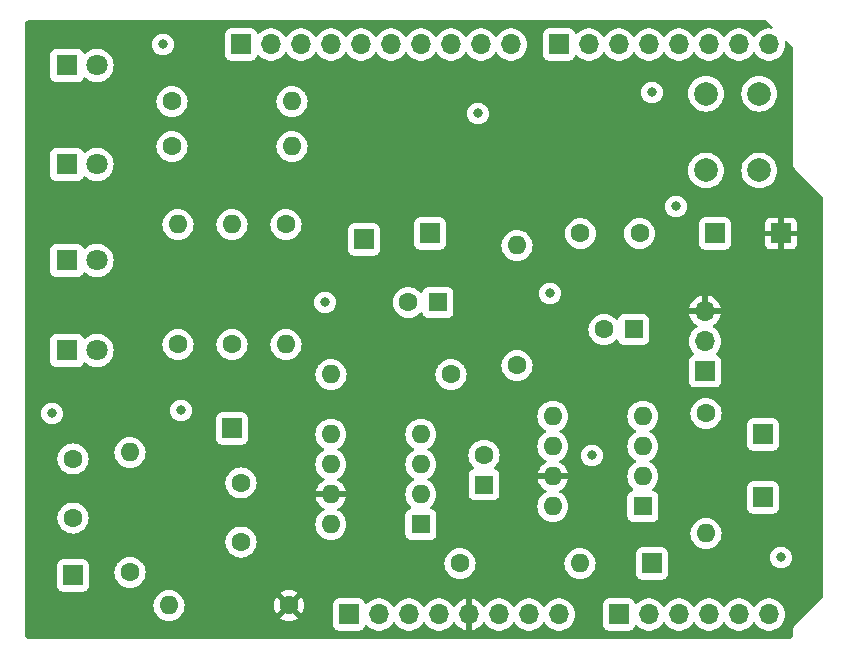
<source format=gbr>
%TF.GenerationSoftware,KiCad,Pcbnew,7.0.1*%
%TF.CreationDate,2023-05-13T15:10:29+02:00*%
%TF.ProjectId,Lab1_SDHD,4c616231-5f53-4444-9844-2e6b69636164,v 1.4*%
%TF.SameCoordinates,Original*%
%TF.FileFunction,Copper,L3,Inr*%
%TF.FilePolarity,Positive*%
%FSLAX46Y46*%
G04 Gerber Fmt 4.6, Leading zero omitted, Abs format (unit mm)*
G04 Created by KiCad (PCBNEW 7.0.1) date 2023-05-13 15:10:29*
%MOMM*%
%LPD*%
G01*
G04 APERTURE LIST*
%TA.AperFunction,ComponentPad*%
%ADD10R,1.700000X1.700000*%
%TD*%
%TA.AperFunction,ComponentPad*%
%ADD11R,1.600000X1.600000*%
%TD*%
%TA.AperFunction,ComponentPad*%
%ADD12C,1.600000*%
%TD*%
%TA.AperFunction,ComponentPad*%
%ADD13O,1.600000X1.600000*%
%TD*%
%TA.AperFunction,ComponentPad*%
%ADD14R,1.800000X1.800000*%
%TD*%
%TA.AperFunction,ComponentPad*%
%ADD15C,1.800000*%
%TD*%
%TA.AperFunction,ComponentPad*%
%ADD16O,1.700000X1.700000*%
%TD*%
%TA.AperFunction,ComponentPad*%
%ADD17C,2.000000*%
%TD*%
%TA.AperFunction,ViaPad*%
%ADD18C,0.800000*%
%TD*%
G04 APERTURE END LIST*
D10*
X104572000Y-94158000D03*
D11*
X135472380Y-71044000D03*
D12*
X132972380Y-71044000D03*
X104572000Y-84292000D03*
X104572000Y-89292000D03*
X142164000Y-76378000D03*
D13*
X142164000Y-66218000D03*
D12*
X113462000Y-74600000D03*
D13*
X113462000Y-64440000D03*
D14*
X104064000Y-50978000D03*
D15*
X106604000Y-50978000D03*
D10*
X158928000Y-65202000D03*
D12*
X112954000Y-54026000D03*
D13*
X123114000Y-54026000D03*
D10*
X134798000Y-65202000D03*
X118034000Y-81712000D03*
D12*
X122860000Y-96698000D03*
D13*
X112700000Y-96698000D03*
D11*
X139370000Y-86473113D03*
D12*
X139370000Y-83973113D03*
D11*
X134026000Y-89830000D03*
D13*
X134026000Y-87290000D03*
X134026000Y-84750000D03*
X134026000Y-82210000D03*
X126406000Y-82210000D03*
X126406000Y-84750000D03*
X126406000Y-87290000D03*
X126406000Y-89830000D03*
D12*
X122606000Y-64440000D03*
D13*
X122606000Y-74600000D03*
D12*
X158166000Y-80442000D03*
D13*
X158166000Y-90602000D03*
D12*
X152538000Y-65202000D03*
X147538000Y-65202000D03*
X137338000Y-93142000D03*
D13*
X147498000Y-93142000D03*
D14*
X104059000Y-67488000D03*
D15*
X106599000Y-67488000D03*
D16*
X158084000Y-71791000D03*
X158084000Y-74331000D03*
D10*
X158084000Y-76871000D03*
D11*
X152030000Y-73330000D03*
D12*
X149530000Y-73330000D03*
D10*
X162992000Y-87554000D03*
D17*
X162666000Y-53368000D03*
X162666000Y-59868000D03*
X158166000Y-53368000D03*
X158166000Y-59868000D03*
D10*
X162992000Y-82220000D03*
D12*
X136576000Y-77140000D03*
D13*
X126416000Y-77140000D03*
D11*
X152822000Y-88306000D03*
D13*
X152822000Y-85766000D03*
X152822000Y-83226000D03*
X152822000Y-80686000D03*
X145202000Y-80686000D03*
X145202000Y-83226000D03*
X145202000Y-85766000D03*
X145202000Y-88306000D03*
D10*
X129210000Y-65710000D03*
X153594000Y-93142000D03*
D12*
X109398000Y-93904000D03*
D13*
X109398000Y-83744000D03*
D12*
X118034000Y-74600000D03*
D13*
X118034000Y-64440000D03*
D14*
X104064000Y-75108000D03*
D15*
X106604000Y-75108000D03*
D12*
X112954000Y-57836000D03*
D13*
X123114000Y-57836000D03*
D10*
X164516000Y-65202000D03*
D12*
X118796000Y-91324000D03*
X118796000Y-86324000D03*
D14*
X104059000Y-59360000D03*
D15*
X106599000Y-59360000D03*
D10*
X127940000Y-97460000D03*
D16*
X130480000Y-97460000D03*
X133020000Y-97460000D03*
X135560000Y-97460000D03*
X138100000Y-97460000D03*
X140640000Y-97460000D03*
X143180000Y-97460000D03*
X145720000Y-97460000D03*
D10*
X150800000Y-97460000D03*
D16*
X153340000Y-97460000D03*
X155880000Y-97460000D03*
X158420000Y-97460000D03*
X160960000Y-97460000D03*
X163500000Y-97460000D03*
D10*
X118796000Y-49200000D03*
D16*
X121336000Y-49200000D03*
X123876000Y-49200000D03*
X126416000Y-49200000D03*
X128956000Y-49200000D03*
X131496000Y-49200000D03*
X134036000Y-49200000D03*
X136576000Y-49200000D03*
X139116000Y-49200000D03*
X141656000Y-49200000D03*
D10*
X145720000Y-49200000D03*
D16*
X148260000Y-49200000D03*
X150800000Y-49200000D03*
X153340000Y-49200000D03*
X155880000Y-49200000D03*
X158420000Y-49200000D03*
X160960000Y-49200000D03*
X163500000Y-49200000D03*
D18*
X144958000Y-70282000D03*
X148514000Y-83998000D03*
X138862000Y-55042000D03*
X155626000Y-62916000D03*
X112192000Y-49200000D03*
X125908000Y-71044000D03*
X164516000Y-92634000D03*
X113716000Y-80188000D03*
X102794000Y-80442000D03*
X153594000Y-53264000D03*
%TA.AperFunction,Conductor*%
G36*
X163288777Y-47169939D02*
G01*
X163329005Y-47196819D01*
X163772315Y-47640129D01*
X163803767Y-47693412D01*
X163805558Y-47755259D01*
X163777241Y-47810272D01*
X163725866Y-47844754D01*
X163664226Y-47850119D01*
X163612571Y-47841500D01*
X163612569Y-47841500D01*
X163387431Y-47841500D01*
X163165363Y-47878556D01*
X162952427Y-47951657D01*
X162754424Y-48058811D01*
X162576760Y-48197094D01*
X162424279Y-48362730D01*
X162333809Y-48501205D01*
X162289017Y-48542438D01*
X162230000Y-48557383D01*
X162170983Y-48542438D01*
X162126191Y-48501205D01*
X162065873Y-48408882D01*
X162035722Y-48362732D01*
X161883240Y-48197094D01*
X161705576Y-48058811D01*
X161507574Y-47951658D01*
X161507573Y-47951657D01*
X161507572Y-47951657D01*
X161294636Y-47878556D01*
X161072569Y-47841500D01*
X160847431Y-47841500D01*
X160625363Y-47878556D01*
X160412427Y-47951657D01*
X160214424Y-48058811D01*
X160036760Y-48197094D01*
X159884279Y-48362730D01*
X159793809Y-48501205D01*
X159749017Y-48542438D01*
X159690000Y-48557383D01*
X159630983Y-48542438D01*
X159586191Y-48501205D01*
X159525873Y-48408882D01*
X159495722Y-48362732D01*
X159343240Y-48197094D01*
X159165576Y-48058811D01*
X158967574Y-47951658D01*
X158967573Y-47951657D01*
X158967572Y-47951657D01*
X158754636Y-47878556D01*
X158532569Y-47841500D01*
X158307431Y-47841500D01*
X158085363Y-47878556D01*
X157872427Y-47951657D01*
X157674424Y-48058811D01*
X157496760Y-48197094D01*
X157344279Y-48362730D01*
X157253809Y-48501205D01*
X157209017Y-48542438D01*
X157150000Y-48557383D01*
X157090983Y-48542438D01*
X157046191Y-48501205D01*
X156985873Y-48408882D01*
X156955722Y-48362732D01*
X156803240Y-48197094D01*
X156625576Y-48058811D01*
X156427574Y-47951658D01*
X156427573Y-47951657D01*
X156427572Y-47951657D01*
X156214636Y-47878556D01*
X155992569Y-47841500D01*
X155767431Y-47841500D01*
X155545363Y-47878556D01*
X155332427Y-47951657D01*
X155134424Y-48058811D01*
X154956760Y-48197094D01*
X154804279Y-48362730D01*
X154713809Y-48501205D01*
X154669017Y-48542438D01*
X154610000Y-48557383D01*
X154550983Y-48542438D01*
X154506191Y-48501205D01*
X154445873Y-48408882D01*
X154415722Y-48362732D01*
X154263240Y-48197094D01*
X154085576Y-48058811D01*
X153887574Y-47951658D01*
X153887573Y-47951657D01*
X153887572Y-47951657D01*
X153674636Y-47878556D01*
X153452569Y-47841500D01*
X153227431Y-47841500D01*
X153005363Y-47878556D01*
X152792427Y-47951657D01*
X152594424Y-48058811D01*
X152416760Y-48197094D01*
X152264279Y-48362730D01*
X152173809Y-48501205D01*
X152129017Y-48542438D01*
X152070000Y-48557383D01*
X152010983Y-48542438D01*
X151966191Y-48501205D01*
X151905873Y-48408882D01*
X151875722Y-48362732D01*
X151723240Y-48197094D01*
X151545576Y-48058811D01*
X151347574Y-47951658D01*
X151347573Y-47951657D01*
X151347572Y-47951657D01*
X151134636Y-47878556D01*
X150912569Y-47841500D01*
X150687431Y-47841500D01*
X150465363Y-47878556D01*
X150252427Y-47951657D01*
X150054424Y-48058811D01*
X149876760Y-48197094D01*
X149724279Y-48362730D01*
X149633809Y-48501205D01*
X149589017Y-48542438D01*
X149530000Y-48557383D01*
X149470983Y-48542438D01*
X149426191Y-48501205D01*
X149365873Y-48408882D01*
X149335722Y-48362732D01*
X149183240Y-48197094D01*
X149005576Y-48058811D01*
X148807574Y-47951658D01*
X148807573Y-47951657D01*
X148807572Y-47951657D01*
X148594636Y-47878556D01*
X148372569Y-47841500D01*
X148147431Y-47841500D01*
X147925363Y-47878556D01*
X147712427Y-47951657D01*
X147514424Y-48058811D01*
X147336759Y-48197094D01*
X147273548Y-48265759D01*
X147220924Y-48299612D01*
X147158470Y-48303460D01*
X147102089Y-48276322D01*
X147066138Y-48225110D01*
X147041427Y-48158861D01*
X147020889Y-48103796D01*
X146939024Y-47994437D01*
X146933261Y-47986738D01*
X146816203Y-47899110D01*
X146679205Y-47848011D01*
X146648906Y-47844754D01*
X146618638Y-47841500D01*
X144821362Y-47841500D01*
X144794445Y-47844393D01*
X144760794Y-47848011D01*
X144623796Y-47899110D01*
X144506738Y-47986738D01*
X144419110Y-48103796D01*
X144368011Y-48240794D01*
X144364393Y-48274445D01*
X144361500Y-48301362D01*
X144361500Y-50098638D01*
X144362713Y-50109917D01*
X144368011Y-50159205D01*
X144419110Y-50296203D01*
X144506738Y-50413261D01*
X144623796Y-50500889D01*
X144760794Y-50551988D01*
X144760797Y-50551988D01*
X144760799Y-50551989D01*
X144821362Y-50558500D01*
X146618634Y-50558500D01*
X146618638Y-50558500D01*
X146679201Y-50551989D01*
X146679203Y-50551988D01*
X146679205Y-50551988D01*
X146767403Y-50519091D01*
X146816204Y-50500889D01*
X146933261Y-50413261D01*
X147020889Y-50296204D01*
X147066137Y-50174889D01*
X147102089Y-50123677D01*
X147158471Y-50096539D01*
X147220925Y-50100387D01*
X147273548Y-50134241D01*
X147310969Y-50174890D01*
X147336760Y-50202906D01*
X147514424Y-50341189D01*
X147712426Y-50448342D01*
X147925365Y-50521444D01*
X148147431Y-50558500D01*
X148372569Y-50558500D01*
X148594635Y-50521444D01*
X148807574Y-50448342D01*
X149005576Y-50341189D01*
X149183240Y-50202906D01*
X149335722Y-50037268D01*
X149426190Y-49898795D01*
X149470982Y-49857561D01*
X149530000Y-49842616D01*
X149589018Y-49857561D01*
X149633809Y-49898795D01*
X149719112Y-50029362D01*
X149724278Y-50037268D01*
X149876760Y-50202906D01*
X150054424Y-50341189D01*
X150252426Y-50448342D01*
X150465365Y-50521444D01*
X150687431Y-50558500D01*
X150912569Y-50558500D01*
X151134635Y-50521444D01*
X151347574Y-50448342D01*
X151545576Y-50341189D01*
X151723240Y-50202906D01*
X151875722Y-50037268D01*
X151966190Y-49898795D01*
X152010982Y-49857561D01*
X152070000Y-49842616D01*
X152129018Y-49857561D01*
X152173809Y-49898795D01*
X152259112Y-50029362D01*
X152264278Y-50037268D01*
X152416760Y-50202906D01*
X152594424Y-50341189D01*
X152792426Y-50448342D01*
X153005365Y-50521444D01*
X153227431Y-50558500D01*
X153452569Y-50558500D01*
X153674635Y-50521444D01*
X153887574Y-50448342D01*
X154085576Y-50341189D01*
X154263240Y-50202906D01*
X154415722Y-50037268D01*
X154506190Y-49898795D01*
X154550982Y-49857561D01*
X154610000Y-49842616D01*
X154669018Y-49857561D01*
X154713809Y-49898795D01*
X154799112Y-50029362D01*
X154804278Y-50037268D01*
X154956760Y-50202906D01*
X155134424Y-50341189D01*
X155332426Y-50448342D01*
X155545365Y-50521444D01*
X155767431Y-50558500D01*
X155992569Y-50558500D01*
X156214635Y-50521444D01*
X156427574Y-50448342D01*
X156625576Y-50341189D01*
X156803240Y-50202906D01*
X156955722Y-50037268D01*
X157046190Y-49898795D01*
X157090982Y-49857561D01*
X157150000Y-49842616D01*
X157209018Y-49857561D01*
X157253809Y-49898795D01*
X157339112Y-50029362D01*
X157344278Y-50037268D01*
X157496760Y-50202906D01*
X157674424Y-50341189D01*
X157872426Y-50448342D01*
X158085365Y-50521444D01*
X158307431Y-50558500D01*
X158532569Y-50558500D01*
X158754635Y-50521444D01*
X158967574Y-50448342D01*
X159165576Y-50341189D01*
X159343240Y-50202906D01*
X159495722Y-50037268D01*
X159586190Y-49898795D01*
X159630982Y-49857561D01*
X159690000Y-49842616D01*
X159749018Y-49857561D01*
X159793809Y-49898795D01*
X159879112Y-50029362D01*
X159884278Y-50037268D01*
X160036760Y-50202906D01*
X160214424Y-50341189D01*
X160412426Y-50448342D01*
X160625365Y-50521444D01*
X160847431Y-50558500D01*
X161072569Y-50558500D01*
X161294635Y-50521444D01*
X161507574Y-50448342D01*
X161705576Y-50341189D01*
X161883240Y-50202906D01*
X162035722Y-50037268D01*
X162126190Y-49898795D01*
X162170982Y-49857561D01*
X162230000Y-49842616D01*
X162289018Y-49857561D01*
X162333809Y-49898795D01*
X162419112Y-50029362D01*
X162424278Y-50037268D01*
X162576760Y-50202906D01*
X162754424Y-50341189D01*
X162952426Y-50448342D01*
X163165365Y-50521444D01*
X163387431Y-50558500D01*
X163612569Y-50558500D01*
X163834635Y-50521444D01*
X164047574Y-50448342D01*
X164245576Y-50341189D01*
X164423240Y-50202906D01*
X164575722Y-50037268D01*
X164698860Y-49848791D01*
X164789296Y-49642616D01*
X164844564Y-49424368D01*
X164863156Y-49200000D01*
X164848713Y-49025704D01*
X164858325Y-48966596D01*
X164894519Y-48918884D01*
X164948852Y-48893700D01*
X165008652Y-48896917D01*
X165059970Y-48927784D01*
X165503181Y-49370995D01*
X165530061Y-49411223D01*
X165539500Y-49458676D01*
X165539500Y-59292856D01*
X165536666Y-59319214D01*
X165535640Y-59323926D01*
X165539184Y-59373461D01*
X165539500Y-59382308D01*
X165539500Y-59395803D01*
X165541419Y-59409153D01*
X165542365Y-59417947D01*
X165545909Y-59467483D01*
X165547594Y-59472001D01*
X165554147Y-59497676D01*
X165554712Y-59501603D01*
X165554835Y-59502458D01*
X165575457Y-59547612D01*
X165578845Y-59555790D01*
X165596204Y-59602331D01*
X165599095Y-59606194D01*
X165612620Y-59628987D01*
X165614622Y-59633372D01*
X165614623Y-59633373D01*
X165647147Y-59670907D01*
X165652689Y-59677786D01*
X165660779Y-59688593D01*
X165670321Y-59698135D01*
X165676354Y-59704615D01*
X165708870Y-59742142D01*
X165712927Y-59744749D01*
X165733571Y-59761385D01*
X168043181Y-62070995D01*
X168070061Y-62111223D01*
X168079500Y-62158676D01*
X168079500Y-95931324D01*
X168070061Y-95978777D01*
X168043181Y-96019005D01*
X165733569Y-98328615D01*
X165712936Y-98345244D01*
X165708872Y-98347855D01*
X165676351Y-98385386D01*
X165670330Y-98391854D01*
X165660777Y-98401408D01*
X165652677Y-98412227D01*
X165647132Y-98419107D01*
X165614624Y-98456624D01*
X165612618Y-98461017D01*
X165599098Y-98483802D01*
X165596203Y-98487668D01*
X165578851Y-98534191D01*
X165575466Y-98542365D01*
X165554834Y-98587545D01*
X165554147Y-98592323D01*
X165547596Y-98617990D01*
X165545909Y-98622513D01*
X165542365Y-98672053D01*
X165541420Y-98680846D01*
X165539500Y-98694204D01*
X165539500Y-98707692D01*
X165539184Y-98716539D01*
X165535640Y-98766073D01*
X165536666Y-98770786D01*
X165539500Y-98797144D01*
X165539500Y-99228243D01*
X165537973Y-99247642D01*
X165529773Y-99299411D01*
X165517785Y-99336307D01*
X165498474Y-99374207D01*
X165475670Y-99405593D01*
X165445593Y-99435670D01*
X165414207Y-99458474D01*
X165376307Y-99477785D01*
X165339411Y-99489773D01*
X165309068Y-99494579D01*
X165287639Y-99497973D01*
X165268243Y-99499500D01*
X100771757Y-99499500D01*
X100752360Y-99497973D01*
X100718098Y-99492546D01*
X100700588Y-99489773D01*
X100663695Y-99477786D01*
X100625790Y-99458472D01*
X100594406Y-99435670D01*
X100564329Y-99405593D01*
X100541528Y-99374211D01*
X100522212Y-99336301D01*
X100510227Y-99299417D01*
X100502025Y-99247629D01*
X100500500Y-99228243D01*
X100500500Y-98358634D01*
X126581500Y-98358634D01*
X126588011Y-98419205D01*
X126639110Y-98556203D01*
X126726738Y-98673261D01*
X126843796Y-98760889D01*
X126980794Y-98811988D01*
X126980797Y-98811988D01*
X126980799Y-98811989D01*
X127041362Y-98818500D01*
X128838634Y-98818500D01*
X128838638Y-98818500D01*
X128899201Y-98811989D01*
X128899203Y-98811988D01*
X128899205Y-98811988D01*
X129022305Y-98766073D01*
X129036204Y-98760889D01*
X129153261Y-98673261D01*
X129240889Y-98556204D01*
X129286137Y-98434889D01*
X129322089Y-98383677D01*
X129378471Y-98356539D01*
X129440925Y-98360387D01*
X129493548Y-98394241D01*
X129555021Y-98461017D01*
X129556760Y-98462906D01*
X129734424Y-98601189D01*
X129932426Y-98708342D01*
X130145365Y-98781444D01*
X130367431Y-98818500D01*
X130592569Y-98818500D01*
X130814635Y-98781444D01*
X131027574Y-98708342D01*
X131225576Y-98601189D01*
X131403240Y-98462906D01*
X131555722Y-98297268D01*
X131646190Y-98158795D01*
X131690982Y-98117561D01*
X131750000Y-98102616D01*
X131809018Y-98117561D01*
X131853809Y-98158795D01*
X131944278Y-98297268D01*
X132096760Y-98462906D01*
X132274424Y-98601189D01*
X132472426Y-98708342D01*
X132685365Y-98781444D01*
X132907431Y-98818500D01*
X133132569Y-98818500D01*
X133354635Y-98781444D01*
X133567574Y-98708342D01*
X133765576Y-98601189D01*
X133943240Y-98462906D01*
X134095722Y-98297268D01*
X134186190Y-98158795D01*
X134230982Y-98117561D01*
X134290000Y-98102616D01*
X134349018Y-98117561D01*
X134393809Y-98158795D01*
X134484278Y-98297268D01*
X134636760Y-98462906D01*
X134814424Y-98601189D01*
X135012426Y-98708342D01*
X135225365Y-98781444D01*
X135447431Y-98818500D01*
X135672569Y-98818500D01*
X135894635Y-98781444D01*
X136107574Y-98708342D01*
X136305576Y-98601189D01*
X136483240Y-98462906D01*
X136635722Y-98297268D01*
X136729748Y-98153349D01*
X136773663Y-98112595D01*
X136831562Y-98097188D01*
X136889926Y-98110726D01*
X136935131Y-98150048D01*
X137061892Y-98331080D01*
X137228918Y-98498106D01*
X137422423Y-98633600D01*
X137636507Y-98733430D01*
X137849999Y-98790635D01*
X137850000Y-98790636D01*
X137850000Y-98790635D01*
X138350000Y-98790635D01*
X138563492Y-98733430D01*
X138777576Y-98633600D01*
X138971081Y-98498106D01*
X139138106Y-98331081D01*
X139264868Y-98150048D01*
X139310072Y-98110726D01*
X139368436Y-98097188D01*
X139426335Y-98112595D01*
X139470252Y-98153351D01*
X139564276Y-98297267D01*
X139643824Y-98383677D01*
X139716760Y-98462906D01*
X139894424Y-98601189D01*
X140092426Y-98708342D01*
X140305365Y-98781444D01*
X140527431Y-98818500D01*
X140752569Y-98818500D01*
X140974635Y-98781444D01*
X141187574Y-98708342D01*
X141385576Y-98601189D01*
X141563240Y-98462906D01*
X141715722Y-98297268D01*
X141806190Y-98158795D01*
X141850982Y-98117561D01*
X141910000Y-98102616D01*
X141969018Y-98117561D01*
X142013809Y-98158795D01*
X142104278Y-98297268D01*
X142256760Y-98462906D01*
X142434424Y-98601189D01*
X142632426Y-98708342D01*
X142845365Y-98781444D01*
X143067431Y-98818500D01*
X143292569Y-98818500D01*
X143514635Y-98781444D01*
X143727574Y-98708342D01*
X143925576Y-98601189D01*
X144103240Y-98462906D01*
X144255722Y-98297268D01*
X144346190Y-98158795D01*
X144390982Y-98117561D01*
X144450000Y-98102616D01*
X144509018Y-98117561D01*
X144553809Y-98158795D01*
X144644278Y-98297268D01*
X144796760Y-98462906D01*
X144974424Y-98601189D01*
X145172426Y-98708342D01*
X145385365Y-98781444D01*
X145607431Y-98818500D01*
X145832569Y-98818500D01*
X146054635Y-98781444D01*
X146267574Y-98708342D01*
X146465576Y-98601189D01*
X146643240Y-98462906D01*
X146739230Y-98358634D01*
X149441500Y-98358634D01*
X149448011Y-98419205D01*
X149499110Y-98556203D01*
X149586738Y-98673261D01*
X149703796Y-98760889D01*
X149840794Y-98811988D01*
X149840797Y-98811988D01*
X149840799Y-98811989D01*
X149901362Y-98818500D01*
X151698634Y-98818500D01*
X151698638Y-98818500D01*
X151759201Y-98811989D01*
X151759203Y-98811988D01*
X151759205Y-98811988D01*
X151882305Y-98766073D01*
X151896204Y-98760889D01*
X152013261Y-98673261D01*
X152100889Y-98556204D01*
X152146137Y-98434889D01*
X152182089Y-98383677D01*
X152238471Y-98356539D01*
X152300925Y-98360387D01*
X152353548Y-98394241D01*
X152415021Y-98461017D01*
X152416760Y-98462906D01*
X152594424Y-98601189D01*
X152792426Y-98708342D01*
X153005365Y-98781444D01*
X153227431Y-98818500D01*
X153452569Y-98818500D01*
X153674635Y-98781444D01*
X153887574Y-98708342D01*
X154085576Y-98601189D01*
X154263240Y-98462906D01*
X154415722Y-98297268D01*
X154506190Y-98158795D01*
X154550982Y-98117561D01*
X154610000Y-98102616D01*
X154669018Y-98117561D01*
X154713809Y-98158795D01*
X154804278Y-98297268D01*
X154956760Y-98462906D01*
X155134424Y-98601189D01*
X155332426Y-98708342D01*
X155545365Y-98781444D01*
X155767431Y-98818500D01*
X155992569Y-98818500D01*
X156214635Y-98781444D01*
X156427574Y-98708342D01*
X156625576Y-98601189D01*
X156803240Y-98462906D01*
X156955722Y-98297268D01*
X157046190Y-98158795D01*
X157090982Y-98117561D01*
X157150000Y-98102616D01*
X157209018Y-98117561D01*
X157253809Y-98158795D01*
X157344278Y-98297268D01*
X157496760Y-98462906D01*
X157674424Y-98601189D01*
X157872426Y-98708342D01*
X158085365Y-98781444D01*
X158307431Y-98818500D01*
X158532569Y-98818500D01*
X158754635Y-98781444D01*
X158967574Y-98708342D01*
X159165576Y-98601189D01*
X159343240Y-98462906D01*
X159495722Y-98297268D01*
X159586190Y-98158795D01*
X159630982Y-98117561D01*
X159690000Y-98102616D01*
X159749018Y-98117561D01*
X159793809Y-98158795D01*
X159884278Y-98297268D01*
X160036760Y-98462906D01*
X160214424Y-98601189D01*
X160412426Y-98708342D01*
X160625365Y-98781444D01*
X160847431Y-98818500D01*
X161072569Y-98818500D01*
X161294635Y-98781444D01*
X161507574Y-98708342D01*
X161705576Y-98601189D01*
X161883240Y-98462906D01*
X162035722Y-98297268D01*
X162126190Y-98158795D01*
X162170982Y-98117561D01*
X162230000Y-98102616D01*
X162289018Y-98117561D01*
X162333809Y-98158795D01*
X162424278Y-98297268D01*
X162576760Y-98462906D01*
X162754424Y-98601189D01*
X162952426Y-98708342D01*
X163165365Y-98781444D01*
X163387431Y-98818500D01*
X163612569Y-98818500D01*
X163834635Y-98781444D01*
X164047574Y-98708342D01*
X164245576Y-98601189D01*
X164423240Y-98462906D01*
X164575722Y-98297268D01*
X164698860Y-98108791D01*
X164789296Y-97902616D01*
X164844564Y-97684368D01*
X164863156Y-97460000D01*
X164844564Y-97235632D01*
X164789296Y-97017384D01*
X164698860Y-96811209D01*
X164575722Y-96622732D01*
X164423240Y-96457094D01*
X164245576Y-96318811D01*
X164047574Y-96211658D01*
X164047573Y-96211657D01*
X164047572Y-96211657D01*
X163834636Y-96138556D01*
X163612569Y-96101500D01*
X163387431Y-96101500D01*
X163165363Y-96138556D01*
X162952427Y-96211657D01*
X162754424Y-96318811D01*
X162576760Y-96457094D01*
X162424279Y-96622730D01*
X162333809Y-96761205D01*
X162289017Y-96802438D01*
X162230000Y-96817383D01*
X162170983Y-96802438D01*
X162126191Y-96761205D01*
X162106043Y-96730367D01*
X162035722Y-96622732D01*
X161883240Y-96457094D01*
X161705576Y-96318811D01*
X161507574Y-96211658D01*
X161507573Y-96211657D01*
X161507572Y-96211657D01*
X161294636Y-96138556D01*
X161072569Y-96101500D01*
X160847431Y-96101500D01*
X160625363Y-96138556D01*
X160412427Y-96211657D01*
X160214424Y-96318811D01*
X160036760Y-96457094D01*
X159884279Y-96622730D01*
X159793809Y-96761205D01*
X159749017Y-96802438D01*
X159690000Y-96817383D01*
X159630983Y-96802438D01*
X159586191Y-96761205D01*
X159566043Y-96730367D01*
X159495722Y-96622732D01*
X159343240Y-96457094D01*
X159165576Y-96318811D01*
X158967574Y-96211658D01*
X158967573Y-96211657D01*
X158967572Y-96211657D01*
X158754636Y-96138556D01*
X158532569Y-96101500D01*
X158307431Y-96101500D01*
X158085363Y-96138556D01*
X157872427Y-96211657D01*
X157674424Y-96318811D01*
X157496760Y-96457094D01*
X157344279Y-96622730D01*
X157253809Y-96761205D01*
X157209017Y-96802438D01*
X157150000Y-96817383D01*
X157090983Y-96802438D01*
X157046191Y-96761205D01*
X157026043Y-96730367D01*
X156955722Y-96622732D01*
X156803240Y-96457094D01*
X156625576Y-96318811D01*
X156427574Y-96211658D01*
X156427573Y-96211657D01*
X156427572Y-96211657D01*
X156214636Y-96138556D01*
X155992569Y-96101500D01*
X155767431Y-96101500D01*
X155545363Y-96138556D01*
X155332427Y-96211657D01*
X155134424Y-96318811D01*
X154956760Y-96457094D01*
X154804279Y-96622730D01*
X154713809Y-96761205D01*
X154669017Y-96802438D01*
X154610000Y-96817383D01*
X154550983Y-96802438D01*
X154506191Y-96761205D01*
X154486043Y-96730367D01*
X154415722Y-96622732D01*
X154263240Y-96457094D01*
X154085576Y-96318811D01*
X153887574Y-96211658D01*
X153887573Y-96211657D01*
X153887572Y-96211657D01*
X153674636Y-96138556D01*
X153452569Y-96101500D01*
X153227431Y-96101500D01*
X153005363Y-96138556D01*
X152792427Y-96211657D01*
X152594424Y-96318811D01*
X152416759Y-96457094D01*
X152353548Y-96525759D01*
X152300924Y-96559612D01*
X152238470Y-96563460D01*
X152182089Y-96536322D01*
X152146138Y-96485110D01*
X152107552Y-96381660D01*
X152100889Y-96363796D01*
X152042951Y-96286400D01*
X152013261Y-96246738D01*
X151896203Y-96159110D01*
X151759205Y-96108011D01*
X151728919Y-96104755D01*
X151698638Y-96101500D01*
X149901362Y-96101500D01*
X149874445Y-96104393D01*
X149840794Y-96108011D01*
X149703796Y-96159110D01*
X149586738Y-96246738D01*
X149499110Y-96363796D01*
X149448011Y-96500794D01*
X149444735Y-96531267D01*
X149441689Y-96559612D01*
X149441500Y-96561366D01*
X149441500Y-98358634D01*
X146739230Y-98358634D01*
X146795722Y-98297268D01*
X146918860Y-98108791D01*
X147009296Y-97902616D01*
X147064564Y-97684368D01*
X147083156Y-97460000D01*
X147064564Y-97235632D01*
X147009296Y-97017384D01*
X146918860Y-96811209D01*
X146795722Y-96622732D01*
X146643240Y-96457094D01*
X146465576Y-96318811D01*
X146267574Y-96211658D01*
X146267573Y-96211657D01*
X146267572Y-96211657D01*
X146054636Y-96138556D01*
X145832569Y-96101500D01*
X145607431Y-96101500D01*
X145385363Y-96138556D01*
X145172427Y-96211657D01*
X144974424Y-96318811D01*
X144796760Y-96457094D01*
X144644279Y-96622730D01*
X144553809Y-96761205D01*
X144509017Y-96802438D01*
X144450000Y-96817383D01*
X144390983Y-96802438D01*
X144346191Y-96761205D01*
X144326043Y-96730367D01*
X144255722Y-96622732D01*
X144103240Y-96457094D01*
X143925576Y-96318811D01*
X143727574Y-96211658D01*
X143727573Y-96211657D01*
X143727572Y-96211657D01*
X143514636Y-96138556D01*
X143292569Y-96101500D01*
X143067431Y-96101500D01*
X142845363Y-96138556D01*
X142632427Y-96211657D01*
X142434424Y-96318811D01*
X142256760Y-96457094D01*
X142104279Y-96622730D01*
X142013809Y-96761205D01*
X141969017Y-96802438D01*
X141910000Y-96817383D01*
X141850983Y-96802438D01*
X141806191Y-96761205D01*
X141786043Y-96730367D01*
X141715722Y-96622732D01*
X141563240Y-96457094D01*
X141385576Y-96318811D01*
X141187574Y-96211658D01*
X141187573Y-96211657D01*
X141187572Y-96211657D01*
X140974636Y-96138556D01*
X140752569Y-96101500D01*
X140527431Y-96101500D01*
X140305363Y-96138556D01*
X140092427Y-96211657D01*
X139894424Y-96318811D01*
X139716760Y-96457094D01*
X139564275Y-96622734D01*
X139470250Y-96766650D01*
X139426334Y-96807405D01*
X139368435Y-96822812D01*
X139310071Y-96809274D01*
X139264867Y-96769951D01*
X139138109Y-96588921D01*
X138971081Y-96421893D01*
X138777576Y-96286399D01*
X138563492Y-96186569D01*
X138350000Y-96129364D01*
X138350000Y-98790635D01*
X137850000Y-98790635D01*
X137850000Y-96129364D01*
X137849999Y-96129364D01*
X137636507Y-96186569D01*
X137422421Y-96286400D01*
X137228921Y-96421890D01*
X137061893Y-96588918D01*
X136935132Y-96769952D01*
X136889928Y-96809274D01*
X136831564Y-96822812D01*
X136773665Y-96807405D01*
X136729748Y-96766649D01*
X136635723Y-96622732D01*
X136526646Y-96504245D01*
X136483240Y-96457094D01*
X136305576Y-96318811D01*
X136107574Y-96211658D01*
X136107573Y-96211657D01*
X136107572Y-96211657D01*
X135894636Y-96138556D01*
X135672569Y-96101500D01*
X135447431Y-96101500D01*
X135225363Y-96138556D01*
X135012427Y-96211657D01*
X134814424Y-96318811D01*
X134636760Y-96457094D01*
X134484279Y-96622730D01*
X134393809Y-96761205D01*
X134349017Y-96802438D01*
X134290000Y-96817383D01*
X134230983Y-96802438D01*
X134186191Y-96761205D01*
X134166043Y-96730367D01*
X134095722Y-96622732D01*
X133943240Y-96457094D01*
X133765576Y-96318811D01*
X133567574Y-96211658D01*
X133567573Y-96211657D01*
X133567572Y-96211657D01*
X133354636Y-96138556D01*
X133132569Y-96101500D01*
X132907431Y-96101500D01*
X132685363Y-96138556D01*
X132472427Y-96211657D01*
X132274424Y-96318811D01*
X132096760Y-96457094D01*
X131944279Y-96622730D01*
X131853809Y-96761205D01*
X131809017Y-96802438D01*
X131750000Y-96817383D01*
X131690983Y-96802438D01*
X131646191Y-96761205D01*
X131626043Y-96730367D01*
X131555722Y-96622732D01*
X131403240Y-96457094D01*
X131225576Y-96318811D01*
X131027574Y-96211658D01*
X131027573Y-96211657D01*
X131027572Y-96211657D01*
X130814636Y-96138556D01*
X130592569Y-96101500D01*
X130367431Y-96101500D01*
X130145363Y-96138556D01*
X129932427Y-96211657D01*
X129734424Y-96318811D01*
X129556759Y-96457094D01*
X129493548Y-96525759D01*
X129440924Y-96559612D01*
X129378470Y-96563460D01*
X129322089Y-96536322D01*
X129286138Y-96485110D01*
X129247552Y-96381660D01*
X129240889Y-96363796D01*
X129182951Y-96286400D01*
X129153261Y-96246738D01*
X129036203Y-96159110D01*
X128899205Y-96108011D01*
X128868919Y-96104755D01*
X128838638Y-96101500D01*
X127041362Y-96101500D01*
X127014445Y-96104393D01*
X126980794Y-96108011D01*
X126843796Y-96159110D01*
X126726738Y-96246738D01*
X126639110Y-96363796D01*
X126588011Y-96500794D01*
X126584735Y-96531267D01*
X126581689Y-96559612D01*
X126581500Y-96561366D01*
X126581500Y-98358634D01*
X100500500Y-98358634D01*
X100500500Y-96698000D01*
X111386501Y-96698000D01*
X111406456Y-96926084D01*
X111406457Y-96926087D01*
X111464934Y-97144326D01*
X111465717Y-97147246D01*
X111562474Y-97354744D01*
X111562476Y-97354746D01*
X111562477Y-97354749D01*
X111693802Y-97542300D01*
X111855700Y-97704198D01*
X112043251Y-97835523D01*
X112250757Y-97932284D01*
X112471913Y-97991543D01*
X112700000Y-98011498D01*
X112928087Y-97991543D01*
X113149243Y-97932284D01*
X113356749Y-97835523D01*
X113440291Y-97777026D01*
X122134526Y-97777026D01*
X122207515Y-97828133D01*
X122413673Y-97924266D01*
X122633397Y-97983141D01*
X122860000Y-98002966D01*
X123086602Y-97983141D01*
X123306326Y-97924266D01*
X123512480Y-97828134D01*
X123585472Y-97777025D01*
X122860001Y-97051553D01*
X122860000Y-97051553D01*
X122134526Y-97777025D01*
X122134526Y-97777026D01*
X113440291Y-97777026D01*
X113544300Y-97704198D01*
X113706198Y-97542300D01*
X113837523Y-97354749D01*
X113934284Y-97147243D01*
X113993543Y-96926087D01*
X114013498Y-96698000D01*
X121555033Y-96698000D01*
X121574858Y-96924602D01*
X121633733Y-97144326D01*
X121729866Y-97350484D01*
X121780972Y-97423471D01*
X121780974Y-97423472D01*
X122506446Y-96698001D01*
X123213553Y-96698001D01*
X123939025Y-97423472D01*
X123990134Y-97350480D01*
X124086266Y-97144326D01*
X124145141Y-96924602D01*
X124164966Y-96698000D01*
X124145141Y-96471397D01*
X124086266Y-96251673D01*
X123990133Y-96045515D01*
X123939025Y-95972526D01*
X123213553Y-96698000D01*
X123213553Y-96698001D01*
X122506446Y-96698001D01*
X122506446Y-96698000D01*
X121780973Y-95972526D01*
X121780973Y-95972527D01*
X121729865Y-96045516D01*
X121633733Y-96251672D01*
X121574858Y-96471397D01*
X121555033Y-96698000D01*
X114013498Y-96698000D01*
X113993543Y-96469913D01*
X113934284Y-96248757D01*
X113881794Y-96136192D01*
X113837525Y-96041255D01*
X113837524Y-96041254D01*
X113837523Y-96041251D01*
X113706198Y-95853700D01*
X113544300Y-95691802D01*
X113440290Y-95618973D01*
X122134526Y-95618973D01*
X122860000Y-96344446D01*
X122860001Y-96344446D01*
X123585472Y-95618974D01*
X123585471Y-95618972D01*
X123512484Y-95567866D01*
X123306326Y-95471733D01*
X123086602Y-95412858D01*
X122860000Y-95393033D01*
X122633397Y-95412858D01*
X122413672Y-95471733D01*
X122207516Y-95567865D01*
X122134527Y-95618973D01*
X122134526Y-95618973D01*
X113440290Y-95618973D01*
X113356749Y-95560477D01*
X113356746Y-95560476D01*
X113356744Y-95560474D01*
X113149246Y-95463717D01*
X113149243Y-95463716D01*
X112959440Y-95412858D01*
X112928084Y-95404456D01*
X112700000Y-95384501D01*
X112471915Y-95404456D01*
X112250753Y-95463717D01*
X112043255Y-95560474D01*
X111855696Y-95691805D01*
X111693805Y-95853696D01*
X111562474Y-96041255D01*
X111465717Y-96248753D01*
X111406456Y-96469915D01*
X111386501Y-96698000D01*
X100500500Y-96698000D01*
X100500500Y-95056634D01*
X103213500Y-95056634D01*
X103220011Y-95117205D01*
X103271110Y-95254203D01*
X103358738Y-95371261D01*
X103475796Y-95458889D01*
X103612794Y-95509988D01*
X103612797Y-95509988D01*
X103612799Y-95509989D01*
X103673362Y-95516500D01*
X105470634Y-95516500D01*
X105470638Y-95516500D01*
X105531201Y-95509989D01*
X105531203Y-95509988D01*
X105531205Y-95509988D01*
X105633768Y-95471733D01*
X105668204Y-95458889D01*
X105785261Y-95371261D01*
X105872889Y-95254204D01*
X105894924Y-95195124D01*
X105923988Y-95117205D01*
X105923988Y-95117203D01*
X105923989Y-95117201D01*
X105930500Y-95056638D01*
X105930500Y-93904000D01*
X108084501Y-93904000D01*
X108104456Y-94132084D01*
X108163717Y-94353246D01*
X108260474Y-94560744D01*
X108260476Y-94560746D01*
X108260477Y-94560749D01*
X108391802Y-94748300D01*
X108553700Y-94910198D01*
X108741251Y-95041523D01*
X108948757Y-95138284D01*
X109169913Y-95197543D01*
X109398000Y-95217498D01*
X109626087Y-95197543D01*
X109847243Y-95138284D01*
X110054749Y-95041523D01*
X110242300Y-94910198D01*
X110404198Y-94748300D01*
X110535523Y-94560749D01*
X110632284Y-94353243D01*
X110691543Y-94132087D01*
X110711498Y-93904000D01*
X110691543Y-93675913D01*
X110632284Y-93454757D01*
X110541172Y-93259366D01*
X110535525Y-93247255D01*
X110535524Y-93247254D01*
X110535523Y-93247251D01*
X110461825Y-93142000D01*
X136024501Y-93142000D01*
X136044456Y-93370084D01*
X136103717Y-93591246D01*
X136200474Y-93798744D01*
X136200476Y-93798746D01*
X136200477Y-93798749D01*
X136331802Y-93986300D01*
X136493700Y-94148198D01*
X136681251Y-94279523D01*
X136888757Y-94376284D01*
X137109913Y-94435543D01*
X137338000Y-94455498D01*
X137566087Y-94435543D01*
X137787243Y-94376284D01*
X137994749Y-94279523D01*
X138182300Y-94148198D01*
X138344198Y-93986300D01*
X138475523Y-93798749D01*
X138572284Y-93591243D01*
X138631543Y-93370087D01*
X138651498Y-93142000D01*
X138651498Y-93141999D01*
X146184501Y-93141999D01*
X146204456Y-93370084D01*
X146263717Y-93591246D01*
X146360474Y-93798744D01*
X146360476Y-93798746D01*
X146360477Y-93798749D01*
X146491802Y-93986300D01*
X146653700Y-94148198D01*
X146841251Y-94279523D01*
X147048757Y-94376284D01*
X147269913Y-94435543D01*
X147498000Y-94455498D01*
X147726087Y-94435543D01*
X147947243Y-94376284D01*
X148154749Y-94279523D01*
X148342300Y-94148198D01*
X148449864Y-94040634D01*
X152235500Y-94040634D01*
X152242011Y-94101205D01*
X152293110Y-94238203D01*
X152380738Y-94355261D01*
X152497796Y-94442889D01*
X152634794Y-94493988D01*
X152634797Y-94493988D01*
X152634799Y-94493989D01*
X152695362Y-94500500D01*
X154492634Y-94500500D01*
X154492638Y-94500500D01*
X154553201Y-94493989D01*
X154553203Y-94493988D01*
X154553205Y-94493988D01*
X154656398Y-94455498D01*
X154690204Y-94442889D01*
X154807261Y-94355261D01*
X154894889Y-94238204D01*
X154928460Y-94148198D01*
X154945988Y-94101205D01*
X154945988Y-94101203D01*
X154945989Y-94101201D01*
X154952500Y-94040638D01*
X154952500Y-92633999D01*
X163602496Y-92633999D01*
X163622458Y-92823929D01*
X163681472Y-93005556D01*
X163776957Y-93170941D01*
X163776960Y-93170944D01*
X163904747Y-93312866D01*
X163983501Y-93370084D01*
X164059248Y-93425118D01*
X164233714Y-93502795D01*
X164420511Y-93542500D01*
X164420513Y-93542500D01*
X164611487Y-93542500D01*
X164611489Y-93542500D01*
X164798285Y-93502795D01*
X164798286Y-93502794D01*
X164798288Y-93502794D01*
X164972752Y-93425118D01*
X165127253Y-93312866D01*
X165255040Y-93170944D01*
X165271752Y-93141999D01*
X165350527Y-93005556D01*
X165380304Y-92913913D01*
X165409542Y-92823928D01*
X165429504Y-92634000D01*
X165409542Y-92444072D01*
X165372542Y-92330198D01*
X165350527Y-92262443D01*
X165255042Y-92097058D01*
X165208885Y-92045796D01*
X165127253Y-91955134D01*
X165030901Y-91885129D01*
X164972751Y-91842881D01*
X164798285Y-91765204D01*
X164611489Y-91725500D01*
X164611487Y-91725500D01*
X164420513Y-91725500D01*
X164420511Y-91725500D01*
X164233714Y-91765204D01*
X164059248Y-91842881D01*
X163904748Y-91955133D01*
X163776957Y-92097058D01*
X163681472Y-92262443D01*
X163622458Y-92444070D01*
X163602496Y-92633999D01*
X154952500Y-92633999D01*
X154952500Y-92243362D01*
X154945989Y-92182799D01*
X154945988Y-92182797D01*
X154945988Y-92182794D01*
X154894889Y-92045796D01*
X154807261Y-91928738D01*
X154690203Y-91841110D01*
X154553205Y-91790011D01*
X154522919Y-91786755D01*
X154492638Y-91783500D01*
X152695362Y-91783500D01*
X152668445Y-91786393D01*
X152634794Y-91790011D01*
X152497796Y-91841110D01*
X152380738Y-91928738D01*
X152293110Y-92045796D01*
X152242011Y-92182794D01*
X152235500Y-92243366D01*
X152235500Y-94040634D01*
X148449864Y-94040634D01*
X148504198Y-93986300D01*
X148635523Y-93798749D01*
X148732284Y-93591243D01*
X148791543Y-93370087D01*
X148811498Y-93142000D01*
X148791543Y-92913913D01*
X148732284Y-92692757D01*
X148635523Y-92485251D01*
X148504198Y-92297700D01*
X148342300Y-92135802D01*
X148154749Y-92004477D01*
X148154746Y-92004476D01*
X148154744Y-92004474D01*
X147947246Y-91907717D01*
X147947243Y-91907716D01*
X147836665Y-91878086D01*
X147726084Y-91848456D01*
X147498000Y-91828501D01*
X147269915Y-91848456D01*
X147048753Y-91907717D01*
X146841255Y-92004474D01*
X146653696Y-92135805D01*
X146491805Y-92297696D01*
X146491802Y-92297699D01*
X146491802Y-92297700D01*
X146469047Y-92330198D01*
X146360474Y-92485255D01*
X146263717Y-92692753D01*
X146204456Y-92913915D01*
X146184501Y-93141999D01*
X138651498Y-93141999D01*
X138631543Y-92913913D01*
X138572284Y-92692757D01*
X138475523Y-92485251D01*
X138344198Y-92297700D01*
X138182300Y-92135802D01*
X137994749Y-92004477D01*
X137994746Y-92004476D01*
X137994744Y-92004474D01*
X137787246Y-91907717D01*
X137787243Y-91907716D01*
X137676665Y-91878086D01*
X137566084Y-91848456D01*
X137338000Y-91828501D01*
X137109915Y-91848456D01*
X136888753Y-91907717D01*
X136681255Y-92004474D01*
X136493696Y-92135805D01*
X136331805Y-92297696D01*
X136331802Y-92297699D01*
X136331802Y-92297700D01*
X136309047Y-92330198D01*
X136200474Y-92485255D01*
X136103717Y-92692753D01*
X136044456Y-92913915D01*
X136024501Y-93142000D01*
X110461825Y-93142000D01*
X110404198Y-93059700D01*
X110242300Y-92897802D01*
X110054749Y-92766477D01*
X110054746Y-92766476D01*
X110054744Y-92766474D01*
X109847246Y-92669717D01*
X109847243Y-92669716D01*
X109713946Y-92633999D01*
X109626084Y-92610456D01*
X109398000Y-92590501D01*
X109169915Y-92610456D01*
X108948753Y-92669717D01*
X108741255Y-92766474D01*
X108553696Y-92897805D01*
X108391805Y-93059696D01*
X108391802Y-93059699D01*
X108391802Y-93059700D01*
X108334175Y-93141999D01*
X108260474Y-93247255D01*
X108163717Y-93454753D01*
X108104456Y-93675915D01*
X108084501Y-93904000D01*
X105930500Y-93904000D01*
X105930500Y-93259362D01*
X105923989Y-93198799D01*
X105923988Y-93198797D01*
X105923988Y-93198794D01*
X105872889Y-93061796D01*
X105785261Y-92944738D01*
X105668203Y-92857110D01*
X105531205Y-92806011D01*
X105500919Y-92802755D01*
X105470638Y-92799500D01*
X103673362Y-92799500D01*
X103646445Y-92802393D01*
X103612794Y-92806011D01*
X103475796Y-92857110D01*
X103358738Y-92944738D01*
X103271110Y-93061796D01*
X103220011Y-93198794D01*
X103213500Y-93259366D01*
X103213500Y-95056634D01*
X100500500Y-95056634D01*
X100500500Y-91323999D01*
X117482501Y-91323999D01*
X117502456Y-91552084D01*
X117502457Y-91552087D01*
X117559562Y-91765206D01*
X117561717Y-91773246D01*
X117658474Y-91980744D01*
X117658476Y-91980746D01*
X117658477Y-91980749D01*
X117789802Y-92168300D01*
X117951700Y-92330198D01*
X118139251Y-92461523D01*
X118346757Y-92558284D01*
X118567913Y-92617543D01*
X118796000Y-92637498D01*
X119024087Y-92617543D01*
X119245243Y-92558284D01*
X119452749Y-92461523D01*
X119640300Y-92330198D01*
X119802198Y-92168300D01*
X119933523Y-91980749D01*
X120030284Y-91773243D01*
X120089543Y-91552087D01*
X120109498Y-91324000D01*
X120089543Y-91095913D01*
X120030284Y-90874757D01*
X119981903Y-90771004D01*
X119933525Y-90667255D01*
X119933524Y-90667254D01*
X119933523Y-90667251D01*
X119802198Y-90479700D01*
X119640300Y-90317802D01*
X119452749Y-90186477D01*
X119452746Y-90186476D01*
X119452744Y-90186474D01*
X119245246Y-90089717D01*
X119245243Y-90089716D01*
X119127192Y-90058084D01*
X119024084Y-90030456D01*
X118796000Y-90010501D01*
X118567915Y-90030456D01*
X118346753Y-90089717D01*
X118139255Y-90186474D01*
X118139250Y-90186477D01*
X118139251Y-90186477D01*
X117979698Y-90298198D01*
X117951696Y-90317805D01*
X117789805Y-90479696D01*
X117789802Y-90479699D01*
X117789802Y-90479700D01*
X117724139Y-90573475D01*
X117658474Y-90667255D01*
X117561717Y-90874753D01*
X117502456Y-91095915D01*
X117482501Y-91323999D01*
X100500500Y-91323999D01*
X100500500Y-89292000D01*
X103258501Y-89292000D01*
X103278456Y-89520084D01*
X103337717Y-89741246D01*
X103434474Y-89948744D01*
X103434476Y-89948746D01*
X103434477Y-89948749D01*
X103565802Y-90136300D01*
X103727700Y-90298198D01*
X103915251Y-90429523D01*
X104122757Y-90526284D01*
X104343913Y-90585543D01*
X104495971Y-90598846D01*
X104571999Y-90605498D01*
X104571999Y-90605497D01*
X104572000Y-90605498D01*
X104800087Y-90585543D01*
X105021243Y-90526284D01*
X105228749Y-90429523D01*
X105416300Y-90298198D01*
X105578198Y-90136300D01*
X105709523Y-89948749D01*
X105764896Y-89830000D01*
X125092501Y-89830000D01*
X125112456Y-90058084D01*
X125171717Y-90279246D01*
X125268474Y-90486744D01*
X125268476Y-90486746D01*
X125268477Y-90486749D01*
X125399802Y-90674300D01*
X125561700Y-90836198D01*
X125749251Y-90967523D01*
X125956757Y-91064284D01*
X126177913Y-91123543D01*
X126329971Y-91136846D01*
X126405999Y-91143498D01*
X126405999Y-91143497D01*
X126406000Y-91143498D01*
X126634087Y-91123543D01*
X126855243Y-91064284D01*
X127062749Y-90967523D01*
X127250300Y-90836198D01*
X127412198Y-90674300D01*
X127543523Y-90486749D01*
X127640284Y-90279243D01*
X127699543Y-90058087D01*
X127719498Y-89830000D01*
X127699543Y-89601913D01*
X127640284Y-89380757D01*
X127563086Y-89215205D01*
X127543525Y-89173255D01*
X127543524Y-89173254D01*
X127543523Y-89173251D01*
X127412198Y-88985700D01*
X127250300Y-88823802D01*
X127062749Y-88692477D01*
X127062748Y-88692476D01*
X127062746Y-88692475D01*
X127009598Y-88667692D01*
X126957422Y-88621934D01*
X126938003Y-88555309D01*
X126957423Y-88488683D01*
X127009600Y-88442927D01*
X127058481Y-88420133D01*
X127244819Y-88289658D01*
X127405658Y-88128819D01*
X127536134Y-87942480D01*
X127632266Y-87736326D01*
X127684872Y-87540000D01*
X125127128Y-87540000D01*
X125179733Y-87736326D01*
X125275865Y-87942480D01*
X125406341Y-88128819D01*
X125567180Y-88289658D01*
X125753516Y-88420132D01*
X125802400Y-88442927D01*
X125854576Y-88488684D01*
X125873996Y-88555309D01*
X125854577Y-88621934D01*
X125802402Y-88667691D01*
X125749256Y-88692474D01*
X125749255Y-88692475D01*
X125749251Y-88692477D01*
X125561700Y-88823802D01*
X125561696Y-88823805D01*
X125399805Y-88985696D01*
X125268474Y-89173255D01*
X125171717Y-89380753D01*
X125112456Y-89601915D01*
X125092501Y-89830000D01*
X105764896Y-89830000D01*
X105806284Y-89741243D01*
X105865543Y-89520087D01*
X105885498Y-89292000D01*
X105865543Y-89063913D01*
X105806284Y-88842757D01*
X105709523Y-88635251D01*
X105578198Y-88447700D01*
X105416300Y-88285802D01*
X105228749Y-88154477D01*
X105228746Y-88154476D01*
X105228744Y-88154474D01*
X105021246Y-88057717D01*
X105021243Y-88057716D01*
X104910664Y-88028086D01*
X104800084Y-87998456D01*
X104572000Y-87978501D01*
X104343915Y-87998456D01*
X104122753Y-88057717D01*
X103915255Y-88154474D01*
X103727696Y-88285805D01*
X103565805Y-88447696D01*
X103565802Y-88447699D01*
X103565802Y-88447700D01*
X103519938Y-88513201D01*
X103434474Y-88635255D01*
X103337717Y-88842753D01*
X103278456Y-89063915D01*
X103258501Y-89292000D01*
X100500500Y-89292000D01*
X100500500Y-86324000D01*
X117482501Y-86324000D01*
X117502456Y-86552084D01*
X117518055Y-86610300D01*
X117561435Y-86772196D01*
X117561717Y-86773246D01*
X117658474Y-86980744D01*
X117658476Y-86980746D01*
X117658477Y-86980749D01*
X117789802Y-87168300D01*
X117951700Y-87330198D01*
X118139251Y-87461523D01*
X118139254Y-87461524D01*
X118139255Y-87461525D01*
X118243003Y-87509903D01*
X118346757Y-87558284D01*
X118567913Y-87617543D01*
X118719971Y-87630846D01*
X118795999Y-87637498D01*
X118795999Y-87637497D01*
X118796000Y-87637498D01*
X119024087Y-87617543D01*
X119245243Y-87558284D01*
X119452749Y-87461523D01*
X119640300Y-87330198D01*
X119680499Y-87289999D01*
X132712501Y-87289999D01*
X132732456Y-87518084D01*
X132743227Y-87558282D01*
X132790934Y-87736326D01*
X132791717Y-87739246D01*
X132888474Y-87946744D01*
X132888476Y-87946746D01*
X132888477Y-87946749D01*
X133019802Y-88134300D01*
X133181700Y-88296198D01*
X133189364Y-88301565D01*
X133228502Y-88346405D01*
X133242237Y-88404318D01*
X133227405Y-88461959D01*
X133187422Y-88506049D01*
X133131501Y-88526429D01*
X133116799Y-88528009D01*
X132979796Y-88579110D01*
X132862738Y-88666738D01*
X132775110Y-88783796D01*
X132724011Y-88920794D01*
X132717500Y-88981366D01*
X132717500Y-90678634D01*
X132724011Y-90739205D01*
X132775110Y-90876203D01*
X132862738Y-90993261D01*
X132979796Y-91080889D01*
X133116794Y-91131988D01*
X133116797Y-91131988D01*
X133116799Y-91131989D01*
X133177362Y-91138500D01*
X134874634Y-91138500D01*
X134874638Y-91138500D01*
X134935201Y-91131989D01*
X134935203Y-91131988D01*
X134935205Y-91131988D01*
X135031918Y-91095915D01*
X135072204Y-91080889D01*
X135189261Y-90993261D01*
X135276889Y-90876204D01*
X135327989Y-90739201D01*
X135334500Y-90678638D01*
X135334500Y-90601999D01*
X156852501Y-90601999D01*
X156872456Y-90830084D01*
X156931717Y-91051246D01*
X157028474Y-91258744D01*
X157028476Y-91258746D01*
X157028477Y-91258749D01*
X157159802Y-91446300D01*
X157321700Y-91608198D01*
X157509251Y-91739523D01*
X157716757Y-91836284D01*
X157937913Y-91895543D01*
X158166000Y-91915498D01*
X158394087Y-91895543D01*
X158615243Y-91836284D01*
X158822749Y-91739523D01*
X159010300Y-91608198D01*
X159172198Y-91446300D01*
X159303523Y-91258749D01*
X159400284Y-91051243D01*
X159459543Y-90830087D01*
X159479498Y-90602000D01*
X159459543Y-90373913D01*
X159400284Y-90152757D01*
X159343255Y-90030457D01*
X159303525Y-89945255D01*
X159303524Y-89945254D01*
X159303523Y-89945251D01*
X159172198Y-89757700D01*
X159010300Y-89595802D01*
X158822749Y-89464477D01*
X158822746Y-89464476D01*
X158822744Y-89464474D01*
X158615246Y-89367717D01*
X158615243Y-89367716D01*
X158408034Y-89312194D01*
X158394084Y-89308456D01*
X158166000Y-89288501D01*
X157937915Y-89308456D01*
X157716753Y-89367717D01*
X157509255Y-89464474D01*
X157321696Y-89595805D01*
X157159805Y-89757696D01*
X157028474Y-89945255D01*
X156931717Y-90152753D01*
X156872456Y-90373915D01*
X156852501Y-90601999D01*
X135334500Y-90601999D01*
X135334500Y-88981362D01*
X135327989Y-88920799D01*
X135327988Y-88920797D01*
X135327988Y-88920794D01*
X135276889Y-88783796D01*
X135189261Y-88666738D01*
X135072203Y-88579110D01*
X134935201Y-88528010D01*
X134920498Y-88526429D01*
X134864576Y-88506049D01*
X134824594Y-88461958D01*
X134809762Y-88404316D01*
X134823498Y-88346402D01*
X134858763Y-88306000D01*
X143888501Y-88306000D01*
X143908456Y-88534084D01*
X143967717Y-88755246D01*
X144064474Y-88962744D01*
X144064476Y-88962746D01*
X144064477Y-88962749D01*
X144195802Y-89150300D01*
X144357700Y-89312198D01*
X144545251Y-89443523D01*
X144752757Y-89540284D01*
X144973913Y-89599543D01*
X145202000Y-89619498D01*
X145430087Y-89599543D01*
X145651243Y-89540284D01*
X145858749Y-89443523D01*
X146046300Y-89312198D01*
X146208198Y-89150300D01*
X146339523Y-88962749D01*
X146436284Y-88755243D01*
X146495543Y-88534087D01*
X146515498Y-88306000D01*
X146495543Y-88077913D01*
X146436284Y-87856757D01*
X146339523Y-87649251D01*
X146208198Y-87461700D01*
X146046300Y-87299802D01*
X145858749Y-87168477D01*
X145858748Y-87168476D01*
X145858746Y-87168475D01*
X145805598Y-87143692D01*
X145753422Y-87097934D01*
X145734003Y-87031309D01*
X145753423Y-86964683D01*
X145805600Y-86918927D01*
X145854481Y-86896133D01*
X146040819Y-86765658D01*
X146201658Y-86604819D01*
X146332134Y-86418480D01*
X146428266Y-86212326D01*
X146480872Y-86016000D01*
X143923128Y-86016000D01*
X143975733Y-86212326D01*
X144071865Y-86418480D01*
X144202341Y-86604819D01*
X144363180Y-86765658D01*
X144549516Y-86896132D01*
X144598400Y-86918927D01*
X144650576Y-86964684D01*
X144669996Y-87031309D01*
X144650577Y-87097934D01*
X144598402Y-87143691D01*
X144545256Y-87168474D01*
X144545255Y-87168475D01*
X144545251Y-87168477D01*
X144371700Y-87289999D01*
X144357696Y-87299805D01*
X144195805Y-87461696D01*
X144064474Y-87649255D01*
X143967717Y-87856753D01*
X143908456Y-88077915D01*
X143888501Y-88306000D01*
X134858763Y-88306000D01*
X134862635Y-88301564D01*
X134870300Y-88296198D01*
X135032198Y-88134300D01*
X135163523Y-87946749D01*
X135260284Y-87739243D01*
X135319543Y-87518087D01*
X135339498Y-87290000D01*
X135336855Y-87259796D01*
X135322694Y-87097934D01*
X135319543Y-87061913D01*
X135260284Y-86840757D01*
X135173835Y-86655366D01*
X135163525Y-86633255D01*
X135163524Y-86633254D01*
X135163523Y-86633251D01*
X135032198Y-86445700D01*
X134870300Y-86283802D01*
X134682749Y-86152477D01*
X134649708Y-86137070D01*
X134639655Y-86132382D01*
X134587479Y-86086625D01*
X134568059Y-86020000D01*
X134587479Y-85953375D01*
X134639655Y-85907618D01*
X134642882Y-85906112D01*
X134682749Y-85887523D01*
X134870300Y-85756198D01*
X135032198Y-85594300D01*
X135163523Y-85406749D01*
X135260284Y-85199243D01*
X135319543Y-84978087D01*
X135339498Y-84750000D01*
X135319543Y-84521913D01*
X135260284Y-84300757D01*
X135163523Y-84093251D01*
X135079401Y-83973113D01*
X138056501Y-83973113D01*
X138076456Y-84201197D01*
X138076457Y-84201200D01*
X138129926Y-84400749D01*
X138135717Y-84422359D01*
X138232474Y-84629857D01*
X138232476Y-84629859D01*
X138232477Y-84629862D01*
X138363802Y-84817413D01*
X138363804Y-84817415D01*
X138363805Y-84817416D01*
X138511339Y-84964950D01*
X138542635Y-85017696D01*
X138544824Y-85078988D01*
X138517372Y-85133833D01*
X138466993Y-85168812D01*
X138323796Y-85222223D01*
X138206738Y-85309851D01*
X138119110Y-85426909D01*
X138068011Y-85563907D01*
X138061500Y-85624479D01*
X138061500Y-87321747D01*
X138068011Y-87382318D01*
X138119110Y-87519316D01*
X138206738Y-87636374D01*
X138323796Y-87724002D01*
X138460794Y-87775101D01*
X138460797Y-87775101D01*
X138460799Y-87775102D01*
X138521362Y-87781613D01*
X140218634Y-87781613D01*
X140218638Y-87781613D01*
X140279201Y-87775102D01*
X140279203Y-87775101D01*
X140279205Y-87775101D01*
X140357124Y-87746037D01*
X140416204Y-87724002D01*
X140533261Y-87636374D01*
X140620889Y-87519317D01*
X140643997Y-87457362D01*
X140671988Y-87382318D01*
X140671988Y-87382316D01*
X140671989Y-87382314D01*
X140678500Y-87321751D01*
X140678500Y-85766000D01*
X151508501Y-85766000D01*
X151528456Y-85994084D01*
X151547056Y-86063498D01*
X151586934Y-86212326D01*
X151587717Y-86215246D01*
X151684474Y-86422744D01*
X151684476Y-86422746D01*
X151684477Y-86422749D01*
X151815802Y-86610300D01*
X151977700Y-86772198D01*
X151985364Y-86777565D01*
X152024502Y-86822405D01*
X152038237Y-86880318D01*
X152023405Y-86937959D01*
X151983422Y-86982049D01*
X151927501Y-87002429D01*
X151912799Y-87004009D01*
X151775796Y-87055110D01*
X151658738Y-87142738D01*
X151571110Y-87259796D01*
X151520011Y-87396794D01*
X151516393Y-87430445D01*
X151513500Y-87457362D01*
X151513500Y-89154638D01*
X151516755Y-89184919D01*
X151520011Y-89215205D01*
X151571110Y-89352203D01*
X151658738Y-89469261D01*
X151775796Y-89556889D01*
X151912794Y-89607988D01*
X151912797Y-89607988D01*
X151912799Y-89607989D01*
X151973362Y-89614500D01*
X153670634Y-89614500D01*
X153670638Y-89614500D01*
X153731201Y-89607989D01*
X153731203Y-89607988D01*
X153731205Y-89607988D01*
X153809124Y-89578924D01*
X153868204Y-89556889D01*
X153985261Y-89469261D01*
X154072889Y-89352204D01*
X154123989Y-89215201D01*
X154130500Y-89154638D01*
X154130500Y-88452634D01*
X161633500Y-88452634D01*
X161640011Y-88513205D01*
X161691110Y-88650203D01*
X161778738Y-88767261D01*
X161895796Y-88854889D01*
X162032794Y-88905988D01*
X162032797Y-88905988D01*
X162032799Y-88905989D01*
X162093362Y-88912500D01*
X163890634Y-88912500D01*
X163890638Y-88912500D01*
X163951201Y-88905989D01*
X163951203Y-88905988D01*
X163951205Y-88905988D01*
X164029124Y-88876924D01*
X164088204Y-88854889D01*
X164205261Y-88767261D01*
X164292889Y-88650204D01*
X164319406Y-88579110D01*
X164343988Y-88513205D01*
X164343988Y-88513203D01*
X164343989Y-88513201D01*
X164350500Y-88452638D01*
X164350500Y-86655362D01*
X164343989Y-86594799D01*
X164343988Y-86594797D01*
X164343988Y-86594794D01*
X164292889Y-86457796D01*
X164205261Y-86340738D01*
X164088203Y-86253110D01*
X163951205Y-86202011D01*
X163920919Y-86198755D01*
X163890638Y-86195500D01*
X162093362Y-86195500D01*
X162066445Y-86198393D01*
X162032794Y-86202011D01*
X161895796Y-86253110D01*
X161778738Y-86340738D01*
X161691110Y-86457796D01*
X161640011Y-86594794D01*
X161633500Y-86655366D01*
X161633500Y-88452634D01*
X154130500Y-88452634D01*
X154130500Y-87457362D01*
X154123989Y-87396799D01*
X154123988Y-87396797D01*
X154123988Y-87396794D01*
X154072889Y-87259796D01*
X153985261Y-87142738D01*
X153868203Y-87055110D01*
X153731201Y-87004010D01*
X153716498Y-87002429D01*
X153660576Y-86982049D01*
X153620594Y-86937958D01*
X153605762Y-86880316D01*
X153619498Y-86822402D01*
X153658635Y-86777564D01*
X153666300Y-86772198D01*
X153828198Y-86610300D01*
X153959523Y-86422749D01*
X154056284Y-86215243D01*
X154115543Y-85994087D01*
X154135498Y-85766000D01*
X154115543Y-85537913D01*
X154056284Y-85316757D01*
X153985339Y-85164613D01*
X153959525Y-85109255D01*
X153959524Y-85109254D01*
X153959523Y-85109251D01*
X153828198Y-84921700D01*
X153666300Y-84759802D01*
X153478749Y-84628477D01*
X153435653Y-84608381D01*
X153383478Y-84562623D01*
X153364059Y-84495997D01*
X153383480Y-84429372D01*
X153435654Y-84383618D01*
X153478749Y-84363523D01*
X153666300Y-84232198D01*
X153828198Y-84070300D01*
X153959523Y-83882749D01*
X154056284Y-83675243D01*
X154115543Y-83454087D01*
X154135498Y-83226000D01*
X154126105Y-83118638D01*
X161633500Y-83118638D01*
X161634594Y-83128813D01*
X161640011Y-83179205D01*
X161691110Y-83316203D01*
X161778738Y-83433261D01*
X161895796Y-83520889D01*
X162032794Y-83571988D01*
X162032797Y-83571988D01*
X162032799Y-83571989D01*
X162093362Y-83578500D01*
X163890634Y-83578500D01*
X163890638Y-83578500D01*
X163951201Y-83571989D01*
X163951203Y-83571988D01*
X163951205Y-83571988D01*
X164029124Y-83542924D01*
X164088204Y-83520889D01*
X164205261Y-83433261D01*
X164292889Y-83316204D01*
X164330191Y-83216194D01*
X164343988Y-83179205D01*
X164343988Y-83179203D01*
X164343989Y-83179201D01*
X164350500Y-83118638D01*
X164350500Y-81321362D01*
X164343989Y-81260799D01*
X164343988Y-81260797D01*
X164343988Y-81260794D01*
X164292889Y-81123796D01*
X164205261Y-81006738D01*
X164088203Y-80919110D01*
X163951205Y-80868011D01*
X163920919Y-80864755D01*
X163890638Y-80861500D01*
X162093362Y-80861500D01*
X162066445Y-80864393D01*
X162032794Y-80868011D01*
X161895796Y-80919110D01*
X161778738Y-81006738D01*
X161691110Y-81123796D01*
X161640011Y-81260794D01*
X161637269Y-81286300D01*
X161633500Y-81321362D01*
X161633500Y-83118638D01*
X154126105Y-83118638D01*
X154115543Y-82997913D01*
X154056284Y-82776757D01*
X153959523Y-82569251D01*
X153828198Y-82381700D01*
X153666300Y-82219802D01*
X153478749Y-82088477D01*
X153435655Y-82068382D01*
X153383479Y-82022625D01*
X153364059Y-81956000D01*
X153383479Y-81889375D01*
X153435655Y-81843618D01*
X153438882Y-81842112D01*
X153478749Y-81823523D01*
X153666300Y-81692198D01*
X153828198Y-81530300D01*
X153959523Y-81342749D01*
X154056284Y-81135243D01*
X154115543Y-80914087D01*
X154135498Y-80686000D01*
X154115543Y-80457913D01*
X154111279Y-80442000D01*
X156852501Y-80442000D01*
X156872456Y-80670084D01*
X156931717Y-80891246D01*
X157028474Y-81098744D01*
X157028476Y-81098746D01*
X157028477Y-81098749D01*
X157159802Y-81286300D01*
X157321700Y-81448198D01*
X157509251Y-81579523D01*
X157716757Y-81676284D01*
X157937913Y-81735543D01*
X158166000Y-81755498D01*
X158394087Y-81735543D01*
X158615243Y-81676284D01*
X158822749Y-81579523D01*
X159010300Y-81448198D01*
X159172198Y-81286300D01*
X159303523Y-81098749D01*
X159400284Y-80891243D01*
X159459543Y-80670087D01*
X159479498Y-80442000D01*
X159459543Y-80213913D01*
X159400284Y-79992757D01*
X159329844Y-79841696D01*
X159303525Y-79785255D01*
X159303524Y-79785254D01*
X159303523Y-79785251D01*
X159172198Y-79597700D01*
X159010300Y-79435802D01*
X158822749Y-79304477D01*
X158822746Y-79304476D01*
X158822744Y-79304474D01*
X158615246Y-79207717D01*
X158615243Y-79207716D01*
X158504664Y-79178086D01*
X158394084Y-79148456D01*
X158166000Y-79128501D01*
X157937915Y-79148456D01*
X157716753Y-79207717D01*
X157509255Y-79304474D01*
X157321696Y-79435805D01*
X157159805Y-79597696D01*
X157159802Y-79597699D01*
X157159802Y-79597700D01*
X157122442Y-79651056D01*
X157028474Y-79785255D01*
X156931717Y-79992753D01*
X156872456Y-80213915D01*
X156852501Y-80442000D01*
X154111279Y-80442000D01*
X154056284Y-80236757D01*
X154007903Y-80133004D01*
X153959525Y-80029255D01*
X153959524Y-80029254D01*
X153959523Y-80029251D01*
X153828198Y-79841700D01*
X153666300Y-79679802D01*
X153478749Y-79548477D01*
X153478746Y-79548476D01*
X153478744Y-79548474D01*
X153271246Y-79451717D01*
X153271243Y-79451716D01*
X153160665Y-79422086D01*
X153050084Y-79392456D01*
X152821999Y-79372501D01*
X152593915Y-79392456D01*
X152372753Y-79451717D01*
X152165255Y-79548474D01*
X152165250Y-79548477D01*
X152165251Y-79548477D01*
X152018754Y-79651056D01*
X151977696Y-79679805D01*
X151815805Y-79841696D01*
X151684474Y-80029255D01*
X151587717Y-80236753D01*
X151528456Y-80457915D01*
X151508501Y-80685999D01*
X151528456Y-80914084D01*
X151545882Y-80979118D01*
X151577937Y-81098749D01*
X151587717Y-81135246D01*
X151684474Y-81342744D01*
X151684476Y-81342746D01*
X151684477Y-81342749D01*
X151815802Y-81530300D01*
X151977700Y-81692198D01*
X152165251Y-81823523D01*
X152208345Y-81843618D01*
X152260520Y-81889372D01*
X152279940Y-81955997D01*
X152260522Y-82022622D01*
X152208347Y-82068380D01*
X152165254Y-82088475D01*
X151977696Y-82219805D01*
X151815805Y-82381696D01*
X151684474Y-82569255D01*
X151587717Y-82776753D01*
X151528456Y-82997915D01*
X151508501Y-83226000D01*
X151528456Y-83454084D01*
X151587717Y-83675246D01*
X151684474Y-83882744D01*
X151684476Y-83882746D01*
X151684477Y-83882749D01*
X151815802Y-84070300D01*
X151977700Y-84232198D01*
X152165251Y-84363523D01*
X152208345Y-84383618D01*
X152260520Y-84429372D01*
X152279940Y-84495997D01*
X152260522Y-84562622D01*
X152208347Y-84608380D01*
X152165254Y-84628475D01*
X152165251Y-84628476D01*
X152165251Y-84628477D01*
X152154699Y-84635866D01*
X151977696Y-84759805D01*
X151815805Y-84921696D01*
X151684474Y-85109255D01*
X151587717Y-85316753D01*
X151528456Y-85537915D01*
X151508501Y-85766000D01*
X140678500Y-85766000D01*
X140678500Y-85624475D01*
X140671989Y-85563912D01*
X140671988Y-85563910D01*
X140671988Y-85563907D01*
X140620889Y-85426909D01*
X140533261Y-85309851D01*
X140416204Y-85222223D01*
X140273006Y-85168812D01*
X140222627Y-85133833D01*
X140195175Y-85078988D01*
X140197364Y-85017696D01*
X140228657Y-84964953D01*
X140376198Y-84817413D01*
X140507523Y-84629862D01*
X140604284Y-84422356D01*
X140663543Y-84201200D01*
X140683498Y-83973113D01*
X140663543Y-83745026D01*
X140604284Y-83523870D01*
X140507523Y-83316364D01*
X140444249Y-83226000D01*
X143888501Y-83226000D01*
X143908456Y-83454084D01*
X143967717Y-83675246D01*
X144064474Y-83882744D01*
X144064476Y-83882746D01*
X144064477Y-83882749D01*
X144195802Y-84070300D01*
X144357700Y-84232198D01*
X144545251Y-84363523D01*
X144598401Y-84388307D01*
X144650576Y-84434061D01*
X144669996Y-84500686D01*
X144650578Y-84567311D01*
X144598403Y-84613069D01*
X144549520Y-84635864D01*
X144363180Y-84766341D01*
X144202341Y-84927180D01*
X144071865Y-85113519D01*
X143975733Y-85319673D01*
X143923128Y-85515999D01*
X143923128Y-85516000D01*
X146480872Y-85516000D01*
X146480871Y-85515999D01*
X146428266Y-85319673D01*
X146332134Y-85113519D01*
X146201658Y-84927180D01*
X146040819Y-84766341D01*
X145854482Y-84635866D01*
X145805597Y-84613070D01*
X145753422Y-84567312D01*
X145734003Y-84500686D01*
X145753424Y-84434061D01*
X145805596Y-84388308D01*
X145858749Y-84363523D01*
X146046300Y-84232198D01*
X146208198Y-84070300D01*
X146258823Y-83998000D01*
X147600496Y-83998000D01*
X147620458Y-84187929D01*
X147679472Y-84369556D01*
X147774957Y-84534941D01*
X147774960Y-84534944D01*
X147902747Y-84676866D01*
X148025898Y-84766341D01*
X148057248Y-84789118D01*
X148231714Y-84866795D01*
X148418511Y-84906500D01*
X148418513Y-84906500D01*
X148609487Y-84906500D01*
X148609489Y-84906500D01*
X148796285Y-84866795D01*
X148796286Y-84866794D01*
X148796288Y-84866794D01*
X148970752Y-84789118D01*
X149125253Y-84676866D01*
X149253040Y-84534944D01*
X149260563Y-84521915D01*
X149348527Y-84369556D01*
X149370881Y-84300757D01*
X149407542Y-84187928D01*
X149427504Y-83998000D01*
X149407542Y-83808072D01*
X149348527Y-83626444D01*
X149348527Y-83626443D01*
X149253042Y-83461058D01*
X149210108Y-83413375D01*
X149125253Y-83319134D01*
X148997066Y-83226000D01*
X148970751Y-83206881D01*
X148796285Y-83129204D01*
X148609489Y-83089500D01*
X148609487Y-83089500D01*
X148418513Y-83089500D01*
X148418511Y-83089500D01*
X148231714Y-83129204D01*
X148057248Y-83206881D01*
X147902748Y-83319133D01*
X147774957Y-83461058D01*
X147679472Y-83626443D01*
X147620458Y-83808070D01*
X147600496Y-83998000D01*
X146258823Y-83998000D01*
X146339523Y-83882749D01*
X146436284Y-83675243D01*
X146495543Y-83454087D01*
X146515498Y-83226000D01*
X146495543Y-82997913D01*
X146436284Y-82776757D01*
X146339523Y-82569251D01*
X146208198Y-82381700D01*
X146046300Y-82219802D01*
X145858749Y-82088477D01*
X145815655Y-82068382D01*
X145763479Y-82022625D01*
X145744059Y-81956000D01*
X145763479Y-81889375D01*
X145815655Y-81843618D01*
X145818882Y-81842112D01*
X145858749Y-81823523D01*
X146046300Y-81692198D01*
X146208198Y-81530300D01*
X146339523Y-81342749D01*
X146436284Y-81135243D01*
X146495543Y-80914087D01*
X146515498Y-80686000D01*
X146495543Y-80457913D01*
X146436284Y-80236757D01*
X146387903Y-80133004D01*
X146339525Y-80029255D01*
X146339524Y-80029254D01*
X146339523Y-80029251D01*
X146208198Y-79841700D01*
X146046300Y-79679802D01*
X145858749Y-79548477D01*
X145858746Y-79548476D01*
X145858744Y-79548474D01*
X145651246Y-79451717D01*
X145651243Y-79451716D01*
X145540665Y-79422086D01*
X145430084Y-79392456D01*
X145201999Y-79372501D01*
X144973915Y-79392456D01*
X144752753Y-79451717D01*
X144545255Y-79548474D01*
X144545250Y-79548477D01*
X144545251Y-79548477D01*
X144398754Y-79651056D01*
X144357696Y-79679805D01*
X144195805Y-79841696D01*
X144064474Y-80029255D01*
X143967717Y-80236753D01*
X143908456Y-80457915D01*
X143888501Y-80685999D01*
X143908456Y-80914084D01*
X143925882Y-80979118D01*
X143957937Y-81098749D01*
X143967717Y-81135246D01*
X144064474Y-81342744D01*
X144064476Y-81342746D01*
X144064477Y-81342749D01*
X144195802Y-81530300D01*
X144357700Y-81692198D01*
X144545251Y-81823523D01*
X144588345Y-81843618D01*
X144640520Y-81889372D01*
X144659940Y-81955997D01*
X144640522Y-82022622D01*
X144588347Y-82068380D01*
X144545254Y-82088475D01*
X144357696Y-82219805D01*
X144195805Y-82381696D01*
X144064474Y-82569255D01*
X143967717Y-82776753D01*
X143908456Y-82997915D01*
X143888501Y-83226000D01*
X140444249Y-83226000D01*
X140376198Y-83128813D01*
X140214300Y-82966915D01*
X140026749Y-82835590D01*
X140026746Y-82835589D01*
X140026744Y-82835587D01*
X139819246Y-82738830D01*
X139819243Y-82738829D01*
X139708665Y-82709199D01*
X139598084Y-82679569D01*
X139370000Y-82659614D01*
X139141915Y-82679569D01*
X138920753Y-82738830D01*
X138713255Y-82835587D01*
X138525696Y-82966918D01*
X138363805Y-83128809D01*
X138232474Y-83316368D01*
X138135717Y-83523866D01*
X138076456Y-83745028D01*
X138056501Y-83973113D01*
X135079401Y-83973113D01*
X135032198Y-83905700D01*
X134870300Y-83743802D01*
X134682749Y-83612477D01*
X134639655Y-83592382D01*
X134587479Y-83546625D01*
X134568059Y-83480000D01*
X134587479Y-83413375D01*
X134639655Y-83367618D01*
X134642882Y-83366112D01*
X134682749Y-83347523D01*
X134870300Y-83216198D01*
X135032198Y-83054300D01*
X135163523Y-82866749D01*
X135260284Y-82659243D01*
X135319543Y-82438087D01*
X135339498Y-82210000D01*
X135319543Y-81981913D01*
X135260284Y-81760757D01*
X135163523Y-81553251D01*
X135032198Y-81365700D01*
X134870300Y-81203802D01*
X134682749Y-81072477D01*
X134682746Y-81072476D01*
X134682744Y-81072474D01*
X134475246Y-80975717D01*
X134475243Y-80975716D01*
X134263992Y-80919111D01*
X134254084Y-80916456D01*
X134026000Y-80896501D01*
X133797915Y-80916456D01*
X133576753Y-80975717D01*
X133369255Y-81072474D01*
X133181696Y-81203805D01*
X133019805Y-81365696D01*
X132888474Y-81553255D01*
X132791717Y-81760753D01*
X132732456Y-81981915D01*
X132712501Y-82210000D01*
X132732456Y-82438084D01*
X132751650Y-82509716D01*
X132777576Y-82606474D01*
X132791717Y-82659246D01*
X132888474Y-82866744D01*
X132888476Y-82866746D01*
X132888477Y-82866749D01*
X133019802Y-83054300D01*
X133181700Y-83216198D01*
X133369251Y-83347523D01*
X133409334Y-83366214D01*
X133412345Y-83367618D01*
X133464521Y-83413375D01*
X133483940Y-83480000D01*
X133464521Y-83546625D01*
X133412344Y-83592382D01*
X133369251Y-83612477D01*
X133279608Y-83675246D01*
X133181696Y-83743805D01*
X133019805Y-83905696D01*
X132888474Y-84093255D01*
X132791717Y-84300753D01*
X132732456Y-84521915D01*
X132712501Y-84750000D01*
X132732456Y-84978084D01*
X132748388Y-85037543D01*
X132788295Y-85186477D01*
X132791717Y-85199246D01*
X132888474Y-85406744D01*
X132888476Y-85406746D01*
X132888477Y-85406749D01*
X133019802Y-85594300D01*
X133181700Y-85756198D01*
X133369251Y-85887523D01*
X133409334Y-85906214D01*
X133412345Y-85907618D01*
X133464521Y-85953375D01*
X133483940Y-86020000D01*
X133464521Y-86086625D01*
X133412345Y-86132382D01*
X133369255Y-86152475D01*
X133369251Y-86152477D01*
X133181700Y-86283802D01*
X133181696Y-86283805D01*
X133019805Y-86445696D01*
X132888474Y-86633255D01*
X132791717Y-86840753D01*
X132732456Y-87061915D01*
X132712501Y-87289999D01*
X119680499Y-87289999D01*
X119802198Y-87168300D01*
X119933523Y-86980749D01*
X120030284Y-86773243D01*
X120089543Y-86552087D01*
X120109498Y-86324000D01*
X120089543Y-86095913D01*
X120030284Y-85874757D01*
X119933523Y-85667251D01*
X119802198Y-85479700D01*
X119640300Y-85317802D01*
X119452749Y-85186477D01*
X119452746Y-85186476D01*
X119452744Y-85186474D01*
X119245246Y-85089717D01*
X119245243Y-85089716D01*
X119125005Y-85057498D01*
X119024084Y-85030456D01*
X118796000Y-85010501D01*
X118567915Y-85030456D01*
X118346753Y-85089717D01*
X118139255Y-85186474D01*
X118088199Y-85222224D01*
X117953193Y-85316757D01*
X117951696Y-85317805D01*
X117789805Y-85479696D01*
X117789802Y-85479699D01*
X117789802Y-85479700D01*
X117749041Y-85537913D01*
X117658474Y-85667255D01*
X117561717Y-85874753D01*
X117502456Y-86095915D01*
X117482501Y-86324000D01*
X100500500Y-86324000D01*
X100500500Y-84292000D01*
X103258501Y-84292000D01*
X103278456Y-84520084D01*
X103337717Y-84741246D01*
X103434474Y-84948744D01*
X103434476Y-84948746D01*
X103434477Y-84948749D01*
X103565802Y-85136300D01*
X103727700Y-85298198D01*
X103915251Y-85429523D01*
X104122757Y-85526284D01*
X104343913Y-85585543D01*
X104572000Y-85605498D01*
X104800087Y-85585543D01*
X105021243Y-85526284D01*
X105228749Y-85429523D01*
X105416300Y-85298198D01*
X105578198Y-85136300D01*
X105709523Y-84948749D01*
X105806284Y-84741243D01*
X105865543Y-84520087D01*
X105885498Y-84292000D01*
X105865543Y-84063913D01*
X105806284Y-83842757D01*
X105760233Y-83744000D01*
X108084501Y-83744000D01*
X108104456Y-83972084D01*
X108163717Y-84193246D01*
X108260474Y-84400744D01*
X108260476Y-84400746D01*
X108260477Y-84400749D01*
X108391802Y-84588300D01*
X108553700Y-84750198D01*
X108741251Y-84881523D01*
X108948757Y-84978284D01*
X109169913Y-85037543D01*
X109398000Y-85057498D01*
X109626087Y-85037543D01*
X109847243Y-84978284D01*
X110054749Y-84881523D01*
X110242300Y-84750198D01*
X110242499Y-84749999D01*
X125092501Y-84749999D01*
X125112456Y-84978084D01*
X125128388Y-85037543D01*
X125168295Y-85186477D01*
X125171717Y-85199246D01*
X125268474Y-85406744D01*
X125268476Y-85406746D01*
X125268477Y-85406749D01*
X125399802Y-85594300D01*
X125561700Y-85756198D01*
X125749251Y-85887523D01*
X125802401Y-85912307D01*
X125854576Y-85958061D01*
X125873996Y-86024686D01*
X125854578Y-86091311D01*
X125802403Y-86137069D01*
X125753520Y-86159864D01*
X125567180Y-86290341D01*
X125406341Y-86451180D01*
X125275865Y-86637519D01*
X125179733Y-86843673D01*
X125127128Y-87039999D01*
X125127128Y-87040000D01*
X127684872Y-87040000D01*
X127684871Y-87039999D01*
X127632266Y-86843673D01*
X127536134Y-86637519D01*
X127405658Y-86451180D01*
X127244819Y-86290341D01*
X127058482Y-86159866D01*
X127009597Y-86137070D01*
X126957422Y-86091312D01*
X126938003Y-86024686D01*
X126957424Y-85958061D01*
X127009596Y-85912308D01*
X127062749Y-85887523D01*
X127250300Y-85756198D01*
X127412198Y-85594300D01*
X127543523Y-85406749D01*
X127640284Y-85199243D01*
X127699543Y-84978087D01*
X127719498Y-84750000D01*
X127699543Y-84521913D01*
X127640284Y-84300757D01*
X127543523Y-84093251D01*
X127412198Y-83905700D01*
X127250300Y-83743802D01*
X127062749Y-83612477D01*
X127019655Y-83592382D01*
X126967479Y-83546625D01*
X126948059Y-83480000D01*
X126967479Y-83413375D01*
X127019655Y-83367618D01*
X127022882Y-83366112D01*
X127062749Y-83347523D01*
X127250300Y-83216198D01*
X127412198Y-83054300D01*
X127543523Y-82866749D01*
X127640284Y-82659243D01*
X127699543Y-82438087D01*
X127719498Y-82210000D01*
X127699543Y-81981913D01*
X127640284Y-81760757D01*
X127543523Y-81553251D01*
X127412198Y-81365700D01*
X127250300Y-81203802D01*
X127062749Y-81072477D01*
X127062746Y-81072476D01*
X127062744Y-81072474D01*
X126855246Y-80975717D01*
X126855243Y-80975716D01*
X126643992Y-80919111D01*
X126634084Y-80916456D01*
X126406000Y-80896501D01*
X126177915Y-80916456D01*
X125956753Y-80975717D01*
X125749255Y-81072474D01*
X125561696Y-81203805D01*
X125399805Y-81365696D01*
X125268474Y-81553255D01*
X125171717Y-81760753D01*
X125112456Y-81981915D01*
X125092501Y-82210000D01*
X125112456Y-82438084D01*
X125131650Y-82509716D01*
X125157576Y-82606474D01*
X125171717Y-82659246D01*
X125268474Y-82866744D01*
X125268476Y-82866746D01*
X125268477Y-82866749D01*
X125399802Y-83054300D01*
X125561700Y-83216198D01*
X125749251Y-83347523D01*
X125789334Y-83366214D01*
X125792345Y-83367618D01*
X125844521Y-83413375D01*
X125863940Y-83480000D01*
X125844521Y-83546625D01*
X125792344Y-83592382D01*
X125749251Y-83612477D01*
X125659608Y-83675246D01*
X125561696Y-83743805D01*
X125399805Y-83905696D01*
X125268474Y-84093255D01*
X125171717Y-84300753D01*
X125112456Y-84521915D01*
X125092501Y-84749999D01*
X110242499Y-84749999D01*
X110404198Y-84588300D01*
X110535523Y-84400749D01*
X110632284Y-84193243D01*
X110691543Y-83972087D01*
X110711498Y-83744000D01*
X110691543Y-83515913D01*
X110632284Y-83294757D01*
X110535523Y-83087251D01*
X110404198Y-82899700D01*
X110242300Y-82737802D01*
X110060686Y-82610634D01*
X116675500Y-82610634D01*
X116682011Y-82671205D01*
X116733110Y-82808203D01*
X116820738Y-82925261D01*
X116937796Y-83012889D01*
X117074794Y-83063988D01*
X117074797Y-83063988D01*
X117074799Y-83063989D01*
X117135362Y-83070500D01*
X118932634Y-83070500D01*
X118932638Y-83070500D01*
X118993201Y-83063989D01*
X118993203Y-83063988D01*
X118993205Y-83063988D01*
X119071124Y-83034924D01*
X119130204Y-83012889D01*
X119247261Y-82925261D01*
X119334889Y-82808204D01*
X119361148Y-82737802D01*
X119385988Y-82671205D01*
X119385988Y-82671203D01*
X119385989Y-82671201D01*
X119392500Y-82610638D01*
X119392500Y-80813362D01*
X119385989Y-80752799D01*
X119385988Y-80752797D01*
X119385988Y-80752794D01*
X119334889Y-80615796D01*
X119247261Y-80498738D01*
X119130203Y-80411110D01*
X118993205Y-80360011D01*
X118962919Y-80356755D01*
X118932638Y-80353500D01*
X117135362Y-80353500D01*
X117108445Y-80356393D01*
X117074794Y-80360011D01*
X116937796Y-80411110D01*
X116820738Y-80498738D01*
X116733110Y-80615796D01*
X116682011Y-80752794D01*
X116675500Y-80813366D01*
X116675500Y-82610634D01*
X110060686Y-82610634D01*
X110054749Y-82606477D01*
X110054746Y-82606476D01*
X110054744Y-82606474D01*
X109847246Y-82509717D01*
X109847243Y-82509716D01*
X109736664Y-82480086D01*
X109626084Y-82450456D01*
X109398000Y-82430501D01*
X109169915Y-82450456D01*
X108948753Y-82509717D01*
X108741255Y-82606474D01*
X108553696Y-82737805D01*
X108391805Y-82899696D01*
X108260474Y-83087255D01*
X108163717Y-83294753D01*
X108104456Y-83515915D01*
X108084501Y-83744000D01*
X105760233Y-83744000D01*
X105728173Y-83675246D01*
X105709525Y-83635255D01*
X105709524Y-83635254D01*
X105709523Y-83635251D01*
X105578198Y-83447700D01*
X105416300Y-83285802D01*
X105228749Y-83154477D01*
X105228746Y-83154476D01*
X105228744Y-83154474D01*
X105021246Y-83057717D01*
X105021243Y-83057716D01*
X104853948Y-83012889D01*
X104800084Y-82998456D01*
X104572000Y-82978501D01*
X104343915Y-82998456D01*
X104122753Y-83057717D01*
X103915255Y-83154474D01*
X103727696Y-83285805D01*
X103565805Y-83447696D01*
X103434474Y-83635255D01*
X103337717Y-83842753D01*
X103278456Y-84063915D01*
X103258501Y-84292000D01*
X100500500Y-84292000D01*
X100500500Y-80441999D01*
X101880496Y-80441999D01*
X101900458Y-80631929D01*
X101959472Y-80813556D01*
X102054957Y-80978941D01*
X102079986Y-81006738D01*
X102182747Y-81120866D01*
X102337247Y-81233117D01*
X102337248Y-81233118D01*
X102511714Y-81310795D01*
X102698511Y-81350500D01*
X102698513Y-81350500D01*
X102889487Y-81350500D01*
X102889489Y-81350500D01*
X103076285Y-81310795D01*
X103076286Y-81310794D01*
X103076288Y-81310794D01*
X103250752Y-81233118D01*
X103405253Y-81120866D01*
X103533040Y-80978944D01*
X103600847Y-80861500D01*
X103628527Y-80813556D01*
X103657320Y-80724941D01*
X103687542Y-80631928D01*
X103707504Y-80442000D01*
X103687542Y-80252072D01*
X103666724Y-80188000D01*
X112802496Y-80188000D01*
X112822458Y-80377929D01*
X112881472Y-80559556D01*
X112976957Y-80724941D01*
X112976960Y-80724944D01*
X113104747Y-80866866D01*
X113176656Y-80919111D01*
X113259248Y-80979118D01*
X113433714Y-81056795D01*
X113620511Y-81096500D01*
X113620513Y-81096500D01*
X113811487Y-81096500D01*
X113811489Y-81096500D01*
X113998285Y-81056795D01*
X113998286Y-81056794D01*
X113998288Y-81056794D01*
X114172752Y-80979118D01*
X114327253Y-80866866D01*
X114455040Y-80724944D01*
X114477525Y-80686000D01*
X114550527Y-80559556D01*
X114583553Y-80457913D01*
X114609542Y-80377928D01*
X114629504Y-80188000D01*
X114609542Y-79998072D01*
X114550527Y-79816444D01*
X114550527Y-79816443D01*
X114455042Y-79651058D01*
X114406994Y-79597696D01*
X114327253Y-79509134D01*
X114172752Y-79396882D01*
X114172751Y-79396881D01*
X113998285Y-79319204D01*
X113811489Y-79279500D01*
X113811487Y-79279500D01*
X113620513Y-79279500D01*
X113620511Y-79279500D01*
X113433714Y-79319204D01*
X113259248Y-79396881D01*
X113104748Y-79509133D01*
X112976957Y-79651058D01*
X112881472Y-79816443D01*
X112822458Y-79998070D01*
X112802496Y-80188000D01*
X103666724Y-80188000D01*
X103628527Y-80070444D01*
X103628527Y-80070443D01*
X103533042Y-79905058D01*
X103453253Y-79816444D01*
X103405253Y-79763134D01*
X103290557Y-79679802D01*
X103250751Y-79650881D01*
X103076285Y-79573204D01*
X102889489Y-79533500D01*
X102889487Y-79533500D01*
X102698513Y-79533500D01*
X102698511Y-79533500D01*
X102511714Y-79573204D01*
X102337248Y-79650881D01*
X102182748Y-79763133D01*
X102054957Y-79905058D01*
X101959472Y-80070443D01*
X101900458Y-80252070D01*
X101880496Y-80441999D01*
X100500500Y-80441999D01*
X100500500Y-77139999D01*
X125102501Y-77139999D01*
X125122456Y-77368084D01*
X125181717Y-77589246D01*
X125278474Y-77796744D01*
X125278476Y-77796746D01*
X125278477Y-77796749D01*
X125409802Y-77984300D01*
X125571700Y-78146198D01*
X125759251Y-78277523D01*
X125966757Y-78374284D01*
X126187913Y-78433543D01*
X126416000Y-78453498D01*
X126644087Y-78433543D01*
X126865243Y-78374284D01*
X127072749Y-78277523D01*
X127260300Y-78146198D01*
X127422198Y-77984300D01*
X127553523Y-77796749D01*
X127650284Y-77589243D01*
X127709543Y-77368087D01*
X127729498Y-77140000D01*
X127729498Y-77139999D01*
X135262501Y-77139999D01*
X135282456Y-77368084D01*
X135341717Y-77589246D01*
X135438474Y-77796744D01*
X135438476Y-77796746D01*
X135438477Y-77796749D01*
X135569802Y-77984300D01*
X135731700Y-78146198D01*
X135919251Y-78277523D01*
X136126757Y-78374284D01*
X136347913Y-78433543D01*
X136576000Y-78453498D01*
X136804087Y-78433543D01*
X137025243Y-78374284D01*
X137232749Y-78277523D01*
X137420300Y-78146198D01*
X137582198Y-77984300D01*
X137713523Y-77796749D01*
X137810284Y-77589243D01*
X137869543Y-77368087D01*
X137889498Y-77140000D01*
X137869543Y-76911913D01*
X137810284Y-76690757D01*
X137713523Y-76483251D01*
X137639825Y-76378000D01*
X140850501Y-76378000D01*
X140870456Y-76606084D01*
X140929717Y-76827246D01*
X141026474Y-77034744D01*
X141026476Y-77034746D01*
X141026477Y-77034749D01*
X141157802Y-77222300D01*
X141319700Y-77384198D01*
X141507251Y-77515523D01*
X141714757Y-77612284D01*
X141935913Y-77671543D01*
X142164000Y-77691498D01*
X142392087Y-77671543D01*
X142613243Y-77612284D01*
X142820749Y-77515523D01*
X143008300Y-77384198D01*
X143170198Y-77222300D01*
X143301523Y-77034749D01*
X143398284Y-76827243D01*
X143457543Y-76606087D01*
X143477498Y-76378000D01*
X143457543Y-76149913D01*
X143398284Y-75928757D01*
X143301523Y-75721251D01*
X143170198Y-75533700D01*
X143008300Y-75371802D01*
X142820749Y-75240477D01*
X142820746Y-75240476D01*
X142820744Y-75240474D01*
X142613246Y-75143717D01*
X142613243Y-75143716D01*
X142479950Y-75108000D01*
X142392084Y-75084456D01*
X142164000Y-75064501D01*
X141935915Y-75084456D01*
X141714753Y-75143717D01*
X141507255Y-75240474D01*
X141507250Y-75240477D01*
X141507251Y-75240477D01*
X141385101Y-75326008D01*
X141319696Y-75371805D01*
X141157805Y-75533696D01*
X141157802Y-75533699D01*
X141157802Y-75533700D01*
X141132307Y-75570110D01*
X141026474Y-75721255D01*
X140929717Y-75928753D01*
X140870456Y-76149915D01*
X140850501Y-76378000D01*
X137639825Y-76378000D01*
X137582198Y-76295700D01*
X137420300Y-76133802D01*
X137232749Y-76002477D01*
X137232746Y-76002476D01*
X137232744Y-76002474D01*
X137025246Y-75905717D01*
X137025243Y-75905716D01*
X136914665Y-75876086D01*
X136804084Y-75846456D01*
X136576000Y-75826501D01*
X136347915Y-75846456D01*
X136126753Y-75905717D01*
X135919255Y-76002474D01*
X135731696Y-76133805D01*
X135569805Y-76295696D01*
X135569802Y-76295699D01*
X135569802Y-76295700D01*
X135512175Y-76377999D01*
X135438474Y-76483255D01*
X135341717Y-76690753D01*
X135282456Y-76911915D01*
X135262501Y-77139999D01*
X127729498Y-77139999D01*
X127709543Y-76911913D01*
X127650284Y-76690757D01*
X127553523Y-76483251D01*
X127422198Y-76295700D01*
X127260300Y-76133802D01*
X127072749Y-76002477D01*
X127072746Y-76002476D01*
X127072744Y-76002474D01*
X126865246Y-75905717D01*
X126865243Y-75905716D01*
X126754665Y-75876086D01*
X126644084Y-75846456D01*
X126416000Y-75826501D01*
X126187915Y-75846456D01*
X125966753Y-75905717D01*
X125759255Y-76002474D01*
X125571696Y-76133805D01*
X125409805Y-76295696D01*
X125409802Y-76295699D01*
X125409802Y-76295700D01*
X125352175Y-76377999D01*
X125278474Y-76483255D01*
X125181717Y-76690753D01*
X125122456Y-76911915D01*
X125102501Y-77139999D01*
X100500500Y-77139999D01*
X100500500Y-76056634D01*
X102655500Y-76056634D01*
X102662011Y-76117205D01*
X102713110Y-76254203D01*
X102800738Y-76371261D01*
X102917796Y-76458889D01*
X103054794Y-76509988D01*
X103054797Y-76509988D01*
X103054799Y-76509989D01*
X103115362Y-76516500D01*
X105012634Y-76516500D01*
X105012638Y-76516500D01*
X105073201Y-76509989D01*
X105073203Y-76509988D01*
X105073205Y-76509988D01*
X105158751Y-76478080D01*
X105210204Y-76458889D01*
X105327261Y-76371261D01*
X105414889Y-76254204D01*
X105439397Y-76188494D01*
X105475348Y-76137284D01*
X105531730Y-76110146D01*
X105594184Y-76113994D01*
X105638097Y-76142244D01*
X105638672Y-76141507D01*
X105646779Y-76147817D01*
X105646780Y-76147818D01*
X105830983Y-76291190D01*
X106036273Y-76402287D01*
X106091466Y-76421235D01*
X106257046Y-76478080D01*
X106487288Y-76516500D01*
X106720712Y-76516500D01*
X106950953Y-76478080D01*
X107061339Y-76440183D01*
X107171727Y-76402287D01*
X107377017Y-76291190D01*
X107561220Y-76147818D01*
X107719314Y-75976083D01*
X107846984Y-75780669D01*
X107940749Y-75566907D01*
X107998051Y-75340626D01*
X108017327Y-75108000D01*
X107998051Y-74875374D01*
X107940749Y-74649093D01*
X107919215Y-74600000D01*
X112148501Y-74600000D01*
X112168456Y-74828084D01*
X112181129Y-74875378D01*
X112209105Y-74979788D01*
X112227717Y-75049246D01*
X112324474Y-75256744D01*
X112324476Y-75256746D01*
X112324477Y-75256749D01*
X112455802Y-75444300D01*
X112617700Y-75606198D01*
X112805251Y-75737523D01*
X112805254Y-75737524D01*
X112805255Y-75737525D01*
X112909004Y-75785903D01*
X113012757Y-75834284D01*
X113233913Y-75893543D01*
X113462000Y-75913498D01*
X113690087Y-75893543D01*
X113911243Y-75834284D01*
X114118749Y-75737523D01*
X114306300Y-75606198D01*
X114468198Y-75444300D01*
X114599523Y-75256749D01*
X114696284Y-75049243D01*
X114755543Y-74828087D01*
X114775498Y-74600000D01*
X116720501Y-74600000D01*
X116740456Y-74828084D01*
X116753129Y-74875378D01*
X116781105Y-74979788D01*
X116799717Y-75049246D01*
X116896474Y-75256744D01*
X116896476Y-75256746D01*
X116896477Y-75256749D01*
X117027802Y-75444300D01*
X117189700Y-75606198D01*
X117377251Y-75737523D01*
X117377254Y-75737524D01*
X117377255Y-75737525D01*
X117481004Y-75785903D01*
X117584757Y-75834284D01*
X117805913Y-75893543D01*
X118034000Y-75913498D01*
X118262087Y-75893543D01*
X118483243Y-75834284D01*
X118690749Y-75737523D01*
X118878300Y-75606198D01*
X119040198Y-75444300D01*
X119171523Y-75256749D01*
X119268284Y-75049243D01*
X119327543Y-74828087D01*
X119347498Y-74600000D01*
X121292501Y-74600000D01*
X121312456Y-74828084D01*
X121325129Y-74875378D01*
X121353105Y-74979788D01*
X121371717Y-75049246D01*
X121468474Y-75256744D01*
X121468476Y-75256746D01*
X121468477Y-75256749D01*
X121599802Y-75444300D01*
X121761700Y-75606198D01*
X121949251Y-75737523D01*
X121949254Y-75737524D01*
X121949255Y-75737525D01*
X122053004Y-75785903D01*
X122156757Y-75834284D01*
X122377913Y-75893543D01*
X122606000Y-75913498D01*
X122834087Y-75893543D01*
X123055243Y-75834284D01*
X123262749Y-75737523D01*
X123450300Y-75606198D01*
X123612198Y-75444300D01*
X123743523Y-75256749D01*
X123840284Y-75049243D01*
X123899543Y-74828087D01*
X123919498Y-74600000D01*
X123899543Y-74371913D01*
X123840284Y-74150757D01*
X123743523Y-73943251D01*
X123612198Y-73755700D01*
X123450300Y-73593802D01*
X123262749Y-73462477D01*
X123262746Y-73462476D01*
X123262744Y-73462474D01*
X123055246Y-73365717D01*
X123055243Y-73365716D01*
X122921950Y-73330000D01*
X148216501Y-73330000D01*
X148236456Y-73558084D01*
X148236457Y-73558087D01*
X148289785Y-73757110D01*
X148295717Y-73779246D01*
X148392474Y-73986744D01*
X148392476Y-73986746D01*
X148392477Y-73986749D01*
X148523802Y-74174300D01*
X148685700Y-74336198D01*
X148873251Y-74467523D01*
X149080757Y-74564284D01*
X149301913Y-74623543D01*
X149530000Y-74643498D01*
X149758087Y-74623543D01*
X149979243Y-74564284D01*
X150186749Y-74467523D01*
X150374300Y-74336198D01*
X150521840Y-74188657D01*
X150574583Y-74157364D01*
X150635875Y-74155175D01*
X150690720Y-74182627D01*
X150725699Y-74233006D01*
X150779110Y-74376204D01*
X150866738Y-74493261D01*
X150983796Y-74580889D01*
X151120794Y-74631988D01*
X151120797Y-74631988D01*
X151120799Y-74631989D01*
X151181362Y-74638500D01*
X152878634Y-74638500D01*
X152878638Y-74638500D01*
X152939201Y-74631989D01*
X152939203Y-74631988D01*
X152939205Y-74631988D01*
X153024966Y-74600000D01*
X153076204Y-74580889D01*
X153193261Y-74493261D01*
X153280889Y-74376204D01*
X153297749Y-74330999D01*
X156720843Y-74330999D01*
X156739435Y-74555363D01*
X156739435Y-74555366D01*
X156739436Y-74555368D01*
X156763170Y-74649093D01*
X156794705Y-74773618D01*
X156885138Y-74979788D01*
X157008281Y-75168273D01*
X157153489Y-75326009D01*
X157182263Y-75378761D01*
X157182856Y-75438848D01*
X157155129Y-75492158D01*
X157105595Y-75526173D01*
X156987795Y-75570111D01*
X156870738Y-75657738D01*
X156783110Y-75774796D01*
X156732011Y-75911794D01*
X156731828Y-75913498D01*
X156727764Y-75951308D01*
X156725500Y-75972366D01*
X156725500Y-77769634D01*
X156732011Y-77830205D01*
X156783110Y-77967203D01*
X156870738Y-78084261D01*
X156987796Y-78171889D01*
X157124794Y-78222988D01*
X157124797Y-78222988D01*
X157124799Y-78222989D01*
X157185362Y-78229500D01*
X158982634Y-78229500D01*
X158982638Y-78229500D01*
X159043201Y-78222989D01*
X159043203Y-78222988D01*
X159043205Y-78222988D01*
X159121124Y-78193924D01*
X159180204Y-78171889D01*
X159297261Y-78084261D01*
X159384889Y-77967204D01*
X159435989Y-77830201D01*
X159442500Y-77769638D01*
X159442500Y-75972362D01*
X159435989Y-75911799D01*
X159435988Y-75911797D01*
X159435988Y-75911794D01*
X159384889Y-75774796D01*
X159297261Y-75657738D01*
X159180203Y-75570110D01*
X159062405Y-75526173D01*
X159012870Y-75492158D01*
X158985143Y-75438848D01*
X158985736Y-75378761D01*
X159014508Y-75326009D01*
X159159722Y-75168268D01*
X159282860Y-74979791D01*
X159373296Y-74773616D01*
X159428564Y-74555368D01*
X159447156Y-74331000D01*
X159428564Y-74106632D01*
X159373296Y-73888384D01*
X159293300Y-73706011D01*
X159282861Y-73682211D01*
X159282860Y-73682209D01*
X159159722Y-73493732D01*
X159007240Y-73328094D01*
X158868956Y-73220462D01*
X158829575Y-73189810D01*
X158786302Y-73166392D01*
X158740663Y-73123842D01*
X158721525Y-73064452D01*
X158733734Y-73003261D01*
X158774198Y-72955763D01*
X158955078Y-72829109D01*
X159122106Y-72662081D01*
X159257600Y-72468576D01*
X159357430Y-72254492D01*
X159414636Y-72041000D01*
X156753364Y-72041000D01*
X156810569Y-72254492D01*
X156910399Y-72468576D01*
X157045893Y-72662081D01*
X157212918Y-72829106D01*
X157393802Y-72955763D01*
X157434265Y-73003261D01*
X157446474Y-73064452D01*
X157427336Y-73123842D01*
X157381698Y-73166392D01*
X157338422Y-73189812D01*
X157160760Y-73328094D01*
X157008279Y-73493730D01*
X156885138Y-73682211D01*
X156813848Y-73844739D01*
X156794704Y-73888384D01*
X156749173Y-74068181D01*
X156739435Y-74106636D01*
X156720843Y-74330999D01*
X153297749Y-74330999D01*
X153302924Y-74317124D01*
X153331988Y-74239205D01*
X153331988Y-74239203D01*
X153331989Y-74239201D01*
X153338500Y-74178638D01*
X153338500Y-72481362D01*
X153331989Y-72420799D01*
X153331988Y-72420797D01*
X153331988Y-72420794D01*
X153280889Y-72283796D01*
X153193261Y-72166738D01*
X153076203Y-72079110D01*
X152939205Y-72028011D01*
X152908919Y-72024755D01*
X152878638Y-72021500D01*
X151181362Y-72021500D01*
X151154445Y-72024393D01*
X151120794Y-72028011D01*
X150983796Y-72079110D01*
X150866738Y-72166738D01*
X150779110Y-72283796D01*
X150725699Y-72426993D01*
X150690720Y-72477372D01*
X150635875Y-72504824D01*
X150574583Y-72502635D01*
X150521837Y-72471339D01*
X150374303Y-72323805D01*
X150374300Y-72323802D01*
X150186749Y-72192477D01*
X150186746Y-72192476D01*
X150186744Y-72192474D01*
X149979246Y-72095717D01*
X149979243Y-72095716D01*
X149775042Y-72041000D01*
X149758084Y-72036456D01*
X149529999Y-72016501D01*
X149301915Y-72036456D01*
X149080753Y-72095717D01*
X148873255Y-72192474D01*
X148685696Y-72323805D01*
X148523805Y-72485696D01*
X148392474Y-72673255D01*
X148295717Y-72880753D01*
X148236456Y-73101915D01*
X148216501Y-73330000D01*
X122921950Y-73330000D01*
X122914837Y-73328094D01*
X122834084Y-73306456D01*
X122606000Y-73286501D01*
X122377915Y-73306456D01*
X122156753Y-73365717D01*
X121949255Y-73462474D01*
X121949250Y-73462477D01*
X121949251Y-73462477D01*
X121812711Y-73558084D01*
X121761696Y-73593805D01*
X121599805Y-73755696D01*
X121599802Y-73755699D01*
X121599802Y-73755700D01*
X121559181Y-73813713D01*
X121468474Y-73943255D01*
X121371717Y-74150753D01*
X121312456Y-74371915D01*
X121292501Y-74600000D01*
X119347498Y-74600000D01*
X119327543Y-74371913D01*
X119268284Y-74150757D01*
X119171523Y-73943251D01*
X119040198Y-73755700D01*
X118878300Y-73593802D01*
X118690749Y-73462477D01*
X118690746Y-73462476D01*
X118690744Y-73462474D01*
X118483246Y-73365717D01*
X118483243Y-73365716D01*
X118342837Y-73328094D01*
X118262084Y-73306456D01*
X118034000Y-73286501D01*
X117805915Y-73306456D01*
X117584753Y-73365717D01*
X117377255Y-73462474D01*
X117377250Y-73462477D01*
X117377251Y-73462477D01*
X117240711Y-73558084D01*
X117189696Y-73593805D01*
X117027805Y-73755696D01*
X117027802Y-73755699D01*
X117027802Y-73755700D01*
X116987181Y-73813713D01*
X116896474Y-73943255D01*
X116799717Y-74150753D01*
X116740456Y-74371915D01*
X116720501Y-74600000D01*
X114775498Y-74600000D01*
X114755543Y-74371913D01*
X114696284Y-74150757D01*
X114599523Y-73943251D01*
X114468198Y-73755700D01*
X114306300Y-73593802D01*
X114118749Y-73462477D01*
X114118746Y-73462476D01*
X114118744Y-73462474D01*
X113911246Y-73365717D01*
X113911243Y-73365716D01*
X113770837Y-73328094D01*
X113690084Y-73306456D01*
X113462000Y-73286501D01*
X113233915Y-73306456D01*
X113012753Y-73365717D01*
X112805255Y-73462474D01*
X112805250Y-73462477D01*
X112805251Y-73462477D01*
X112668711Y-73558084D01*
X112617696Y-73593805D01*
X112455805Y-73755696D01*
X112455802Y-73755699D01*
X112455802Y-73755700D01*
X112415181Y-73813713D01*
X112324474Y-73943255D01*
X112227717Y-74150753D01*
X112168456Y-74371915D01*
X112148501Y-74600000D01*
X107919215Y-74600000D01*
X107846984Y-74435331D01*
X107778821Y-74330999D01*
X107719315Y-74239918D01*
X107561219Y-74068181D01*
X107508955Y-74027502D01*
X107377017Y-73924810D01*
X107171727Y-73813713D01*
X107171726Y-73813712D01*
X107171725Y-73813712D01*
X106950953Y-73737919D01*
X106720712Y-73699500D01*
X106487288Y-73699500D01*
X106257046Y-73737919D01*
X106036274Y-73813712D01*
X105830983Y-73924809D01*
X105830983Y-73924810D01*
X105646782Y-74068181D01*
X105638672Y-74074493D01*
X105638098Y-74073755D01*
X105594178Y-74102007D01*
X105531726Y-74105852D01*
X105475347Y-74078714D01*
X105439397Y-74027502D01*
X105414889Y-73961796D01*
X105327261Y-73844738D01*
X105210203Y-73757110D01*
X105073205Y-73706011D01*
X105042919Y-73702755D01*
X105012638Y-73699500D01*
X103115362Y-73699500D01*
X103088445Y-73702393D01*
X103054794Y-73706011D01*
X102917796Y-73757110D01*
X102800738Y-73844738D01*
X102713110Y-73961796D01*
X102662011Y-74098794D01*
X102655500Y-74159366D01*
X102655500Y-76056634D01*
X100500500Y-76056634D01*
X100500500Y-71044000D01*
X124994496Y-71044000D01*
X125014458Y-71233929D01*
X125073472Y-71415556D01*
X125168957Y-71580941D01*
X125198355Y-71613591D01*
X125296747Y-71722866D01*
X125451247Y-71835117D01*
X125451248Y-71835118D01*
X125625714Y-71912795D01*
X125812511Y-71952500D01*
X125812513Y-71952500D01*
X126003487Y-71952500D01*
X126003489Y-71952500D01*
X126190285Y-71912795D01*
X126190286Y-71912794D01*
X126190288Y-71912794D01*
X126364752Y-71835118D01*
X126519253Y-71722866D01*
X126647040Y-71580944D01*
X126670103Y-71540999D01*
X126742527Y-71415556D01*
X126789144Y-71272084D01*
X126801542Y-71233928D01*
X126821504Y-71044000D01*
X131658881Y-71044000D01*
X131678836Y-71272084D01*
X131738097Y-71493246D01*
X131834854Y-71700744D01*
X131834856Y-71700746D01*
X131834857Y-71700749D01*
X131966182Y-71888300D01*
X132128080Y-72050198D01*
X132315631Y-72181523D01*
X132315634Y-72181524D01*
X132315635Y-72181525D01*
X132339122Y-72192477D01*
X132523137Y-72278284D01*
X132744293Y-72337543D01*
X132972380Y-72357498D01*
X133200467Y-72337543D01*
X133421623Y-72278284D01*
X133629129Y-72181523D01*
X133816680Y-72050198D01*
X133964220Y-71902657D01*
X134016963Y-71871364D01*
X134078255Y-71869175D01*
X134133100Y-71896627D01*
X134168079Y-71947006D01*
X134221490Y-72090204D01*
X134309118Y-72207261D01*
X134426176Y-72294889D01*
X134563174Y-72345988D01*
X134563177Y-72345988D01*
X134563179Y-72345989D01*
X134623742Y-72352500D01*
X136321014Y-72352500D01*
X136321018Y-72352500D01*
X136381581Y-72345989D01*
X136381583Y-72345988D01*
X136381585Y-72345988D01*
X136459504Y-72316924D01*
X136518584Y-72294889D01*
X136635641Y-72207261D01*
X136723269Y-72090204D01*
X136774369Y-71953201D01*
X136780880Y-71892638D01*
X136780880Y-71541000D01*
X156753364Y-71541000D01*
X157834000Y-71541000D01*
X157834000Y-70460364D01*
X158334000Y-70460364D01*
X158334000Y-71541000D01*
X159414636Y-71541000D01*
X159414635Y-71540999D01*
X159357430Y-71327507D01*
X159257599Y-71113421D01*
X159122109Y-70919921D01*
X158955081Y-70752893D01*
X158761576Y-70617399D01*
X158547492Y-70517569D01*
X158334000Y-70460364D01*
X157834000Y-70460364D01*
X157833999Y-70460364D01*
X157620507Y-70517569D01*
X157406421Y-70617400D01*
X157212921Y-70752890D01*
X157045890Y-70919921D01*
X156910400Y-71113421D01*
X156810569Y-71327507D01*
X156753364Y-71540999D01*
X156753364Y-71541000D01*
X136780880Y-71541000D01*
X136780880Y-70282000D01*
X144044496Y-70282000D01*
X144064458Y-70471929D01*
X144123472Y-70653556D01*
X144218957Y-70818941D01*
X144218960Y-70818944D01*
X144346747Y-70960866D01*
X144461171Y-71044000D01*
X144501248Y-71073118D01*
X144675714Y-71150795D01*
X144862511Y-71190500D01*
X144862513Y-71190500D01*
X145053487Y-71190500D01*
X145053489Y-71190500D01*
X145240285Y-71150795D01*
X145240286Y-71150794D01*
X145240288Y-71150794D01*
X145414752Y-71073118D01*
X145569253Y-70960866D01*
X145697040Y-70818944D01*
X145735177Y-70752890D01*
X145792527Y-70653556D01*
X145841444Y-70503006D01*
X145851542Y-70471928D01*
X145871504Y-70282000D01*
X145851542Y-70092072D01*
X145792527Y-69910444D01*
X145792527Y-69910443D01*
X145697042Y-69745058D01*
X145677442Y-69723291D01*
X145569253Y-69603134D01*
X145414752Y-69490882D01*
X145414751Y-69490881D01*
X145240285Y-69413204D01*
X145053489Y-69373500D01*
X145053487Y-69373500D01*
X144862513Y-69373500D01*
X144862511Y-69373500D01*
X144675714Y-69413204D01*
X144501248Y-69490881D01*
X144346748Y-69603133D01*
X144218957Y-69745058D01*
X144123472Y-69910443D01*
X144064458Y-70092070D01*
X144044496Y-70282000D01*
X136780880Y-70282000D01*
X136780880Y-70195362D01*
X136774369Y-70134799D01*
X136774368Y-70134797D01*
X136774368Y-70134794D01*
X136723269Y-69997796D01*
X136635641Y-69880738D01*
X136518583Y-69793110D01*
X136381585Y-69742011D01*
X136351299Y-69738755D01*
X136321018Y-69735500D01*
X134623742Y-69735500D01*
X134596825Y-69738393D01*
X134563174Y-69742011D01*
X134426176Y-69793110D01*
X134309118Y-69880738D01*
X134221490Y-69997796D01*
X134168079Y-70140993D01*
X134133100Y-70191372D01*
X134078255Y-70218824D01*
X134016963Y-70216635D01*
X133964217Y-70185339D01*
X133816683Y-70037805D01*
X133816682Y-70037804D01*
X133816680Y-70037802D01*
X133629129Y-69906477D01*
X133629126Y-69906476D01*
X133629124Y-69906474D01*
X133421626Y-69809717D01*
X133421623Y-69809716D01*
X133311045Y-69780086D01*
X133200464Y-69750456D01*
X132972379Y-69730501D01*
X132744295Y-69750456D01*
X132523133Y-69809717D01*
X132315635Y-69906474D01*
X132128076Y-70037805D01*
X131966185Y-70199696D01*
X131966182Y-70199699D01*
X131966182Y-70199700D01*
X131908555Y-70282000D01*
X131834854Y-70387255D01*
X131738097Y-70594753D01*
X131678836Y-70815915D01*
X131658881Y-71044000D01*
X126821504Y-71044000D01*
X126801542Y-70854072D01*
X126742527Y-70672444D01*
X126742527Y-70672443D01*
X126647042Y-70507058D01*
X126627442Y-70485291D01*
X126519253Y-70365134D01*
X126364752Y-70252882D01*
X126364751Y-70252881D01*
X126190285Y-70175204D01*
X126003489Y-70135500D01*
X126003487Y-70135500D01*
X125812513Y-70135500D01*
X125812511Y-70135500D01*
X125625714Y-70175204D01*
X125451248Y-70252881D01*
X125296748Y-70365133D01*
X125168957Y-70507058D01*
X125073472Y-70672443D01*
X125014458Y-70854070D01*
X124994496Y-71044000D01*
X100500500Y-71044000D01*
X100500500Y-68436634D01*
X102650500Y-68436634D01*
X102657011Y-68497205D01*
X102708110Y-68634203D01*
X102795738Y-68751261D01*
X102912796Y-68838889D01*
X103049794Y-68889988D01*
X103049797Y-68889988D01*
X103049799Y-68889989D01*
X103110362Y-68896500D01*
X105007634Y-68896500D01*
X105007638Y-68896500D01*
X105068201Y-68889989D01*
X105068203Y-68889988D01*
X105068205Y-68889988D01*
X105153751Y-68858080D01*
X105205204Y-68838889D01*
X105322261Y-68751261D01*
X105409889Y-68634204D01*
X105434397Y-68568494D01*
X105470348Y-68517284D01*
X105526730Y-68490146D01*
X105589184Y-68493994D01*
X105633097Y-68522244D01*
X105633672Y-68521507D01*
X105641779Y-68527817D01*
X105641780Y-68527818D01*
X105825983Y-68671190D01*
X106031273Y-68782287D01*
X106086466Y-68801235D01*
X106252046Y-68858080D01*
X106482288Y-68896500D01*
X106715712Y-68896500D01*
X106945953Y-68858080D01*
X107056339Y-68820183D01*
X107166727Y-68782287D01*
X107372017Y-68671190D01*
X107556220Y-68527818D01*
X107714314Y-68356083D01*
X107841984Y-68160669D01*
X107935749Y-67946907D01*
X107993051Y-67720626D01*
X108012327Y-67488000D01*
X107993051Y-67255374D01*
X107935749Y-67029093D01*
X107841984Y-66815331D01*
X107778149Y-66717624D01*
X107714315Y-66619918D01*
X107703927Y-66608634D01*
X127851500Y-66608634D01*
X127858011Y-66669205D01*
X127909110Y-66806203D01*
X127996738Y-66923261D01*
X128113796Y-67010889D01*
X128250794Y-67061988D01*
X128250797Y-67061988D01*
X128250799Y-67061989D01*
X128311362Y-67068500D01*
X130108634Y-67068500D01*
X130108638Y-67068500D01*
X130169201Y-67061989D01*
X130169203Y-67061988D01*
X130169205Y-67061988D01*
X130257403Y-67029091D01*
X130306204Y-67010889D01*
X130423261Y-66923261D01*
X130510889Y-66806204D01*
X130561989Y-66669201D01*
X130568500Y-66608638D01*
X130568500Y-66100634D01*
X133439500Y-66100634D01*
X133446011Y-66161205D01*
X133497110Y-66298203D01*
X133584738Y-66415261D01*
X133701796Y-66502889D01*
X133838794Y-66553988D01*
X133838797Y-66553988D01*
X133838799Y-66553989D01*
X133899362Y-66560500D01*
X135696634Y-66560500D01*
X135696638Y-66560500D01*
X135757201Y-66553989D01*
X135757203Y-66553988D01*
X135757205Y-66553988D01*
X135860398Y-66515498D01*
X135894204Y-66502889D01*
X136011261Y-66415261D01*
X136098889Y-66298204D01*
X136128804Y-66218000D01*
X140850501Y-66218000D01*
X140870456Y-66446084D01*
X140899369Y-66553988D01*
X140923673Y-66644692D01*
X140929717Y-66667246D01*
X141026474Y-66874744D01*
X141026476Y-66874746D01*
X141026477Y-66874749D01*
X141157802Y-67062300D01*
X141319700Y-67224198D01*
X141507251Y-67355523D01*
X141714757Y-67452284D01*
X141935913Y-67511543D01*
X142164000Y-67531498D01*
X142392087Y-67511543D01*
X142613243Y-67452284D01*
X142820749Y-67355523D01*
X143008300Y-67224198D01*
X143170198Y-67062300D01*
X143301523Y-66874749D01*
X143398284Y-66667243D01*
X143457543Y-66446087D01*
X143477498Y-66218000D01*
X143457543Y-65989913D01*
X143398284Y-65768757D01*
X143301523Y-65561251D01*
X143170198Y-65373700D01*
X143008300Y-65211802D01*
X142994301Y-65202000D01*
X146224501Y-65202000D01*
X146244456Y-65430084D01*
X146303717Y-65651246D01*
X146400474Y-65858744D01*
X146400476Y-65858746D01*
X146400477Y-65858749D01*
X146531802Y-66046300D01*
X146693700Y-66208198D01*
X146881251Y-66339523D01*
X147088757Y-66436284D01*
X147309913Y-66495543D01*
X147538000Y-66515498D01*
X147766087Y-66495543D01*
X147987243Y-66436284D01*
X148194749Y-66339523D01*
X148382300Y-66208198D01*
X148544198Y-66046300D01*
X148675523Y-65858749D01*
X148772284Y-65651243D01*
X148831543Y-65430087D01*
X148851498Y-65202000D01*
X151224501Y-65202000D01*
X151244456Y-65430084D01*
X151303717Y-65651246D01*
X151400474Y-65858744D01*
X151400476Y-65858746D01*
X151400477Y-65858749D01*
X151531802Y-66046300D01*
X151693700Y-66208198D01*
X151881251Y-66339523D01*
X152088757Y-66436284D01*
X152309913Y-66495543D01*
X152538000Y-66515498D01*
X152766087Y-66495543D01*
X152987243Y-66436284D01*
X153194749Y-66339523D01*
X153382300Y-66208198D01*
X153489864Y-66100634D01*
X157569500Y-66100634D01*
X157576011Y-66161205D01*
X157627110Y-66298203D01*
X157714738Y-66415261D01*
X157831796Y-66502889D01*
X157968794Y-66553988D01*
X157968797Y-66553988D01*
X157968799Y-66553989D01*
X158029362Y-66560500D01*
X159826634Y-66560500D01*
X159826638Y-66560500D01*
X159887201Y-66553989D01*
X159887203Y-66553988D01*
X159887205Y-66553988D01*
X159990398Y-66515498D01*
X160024204Y-66502889D01*
X160141261Y-66415261D01*
X160228889Y-66298204D01*
X160262460Y-66208198D01*
X160279988Y-66161205D01*
X160279988Y-66161203D01*
X160279989Y-66161201D01*
X160286500Y-66100638D01*
X160286500Y-65452000D01*
X163166000Y-65452000D01*
X163166000Y-66099824D01*
X163172402Y-66159375D01*
X163222647Y-66294089D01*
X163308811Y-66409188D01*
X163423910Y-66495352D01*
X163558624Y-66545597D01*
X163618176Y-66552000D01*
X164266000Y-66552000D01*
X164266000Y-65452000D01*
X164766000Y-65452000D01*
X164766000Y-66552000D01*
X165413824Y-66552000D01*
X165473375Y-66545597D01*
X165608089Y-66495352D01*
X165723188Y-66409188D01*
X165809352Y-66294089D01*
X165859597Y-66159375D01*
X165866000Y-66099824D01*
X165866000Y-65452000D01*
X164766000Y-65452000D01*
X164266000Y-65452000D01*
X163166000Y-65452000D01*
X160286500Y-65452000D01*
X160286500Y-64952000D01*
X163166000Y-64952000D01*
X164266000Y-64952000D01*
X164266000Y-63852000D01*
X164766000Y-63852000D01*
X164766000Y-64952000D01*
X165866000Y-64952000D01*
X165866000Y-64304176D01*
X165859597Y-64244624D01*
X165809352Y-64109910D01*
X165723188Y-63994811D01*
X165608089Y-63908647D01*
X165473375Y-63858402D01*
X165413824Y-63852000D01*
X164766000Y-63852000D01*
X164266000Y-63852000D01*
X163618176Y-63852000D01*
X163558624Y-63858402D01*
X163423910Y-63908647D01*
X163308811Y-63994811D01*
X163222647Y-64109910D01*
X163172402Y-64244624D01*
X163166000Y-64304176D01*
X163166000Y-64952000D01*
X160286500Y-64952000D01*
X160286500Y-64303362D01*
X160279989Y-64242799D01*
X160279988Y-64242797D01*
X160279988Y-64242794D01*
X160228889Y-64105796D01*
X160141261Y-63988738D01*
X160024203Y-63901110D01*
X159887205Y-63850011D01*
X159856919Y-63846755D01*
X159826638Y-63843500D01*
X158029362Y-63843500D01*
X158002445Y-63846393D01*
X157968794Y-63850011D01*
X157831796Y-63901110D01*
X157714738Y-63988738D01*
X157627110Y-64105796D01*
X157576011Y-64242794D01*
X157569500Y-64303366D01*
X157569500Y-66100634D01*
X153489864Y-66100634D01*
X153544198Y-66046300D01*
X153675523Y-65858749D01*
X153772284Y-65651243D01*
X153831543Y-65430087D01*
X153851498Y-65202000D01*
X153831543Y-64973913D01*
X153772284Y-64752757D01*
X153675523Y-64545251D01*
X153544198Y-64357700D01*
X153382300Y-64195802D01*
X153194749Y-64064477D01*
X153194746Y-64064476D01*
X153194744Y-64064474D01*
X152987246Y-63967717D01*
X152987243Y-63967716D01*
X152876664Y-63938086D01*
X152766084Y-63908456D01*
X152538000Y-63888501D01*
X152309915Y-63908456D01*
X152088753Y-63967717D01*
X151881255Y-64064474D01*
X151693696Y-64195805D01*
X151531805Y-64357696D01*
X151400474Y-64545255D01*
X151303717Y-64752753D01*
X151244456Y-64973915D01*
X151224501Y-65202000D01*
X148851498Y-65202000D01*
X148831543Y-64973913D01*
X148772284Y-64752757D01*
X148675523Y-64545251D01*
X148544198Y-64357700D01*
X148382300Y-64195802D01*
X148194749Y-64064477D01*
X148194746Y-64064476D01*
X148194744Y-64064474D01*
X147987246Y-63967717D01*
X147987243Y-63967716D01*
X147876664Y-63938086D01*
X147766084Y-63908456D01*
X147538000Y-63888501D01*
X147309915Y-63908456D01*
X147088753Y-63967717D01*
X146881255Y-64064474D01*
X146693696Y-64195805D01*
X146531805Y-64357696D01*
X146400474Y-64545255D01*
X146303717Y-64752753D01*
X146244456Y-64973915D01*
X146224501Y-65202000D01*
X142994301Y-65202000D01*
X142820749Y-65080477D01*
X142820746Y-65080476D01*
X142820744Y-65080474D01*
X142613246Y-64983717D01*
X142613243Y-64983716D01*
X142494878Y-64952000D01*
X142392084Y-64924456D01*
X142164000Y-64904501D01*
X141935915Y-64924456D01*
X141714753Y-64983717D01*
X141507255Y-65080474D01*
X141319696Y-65211805D01*
X141157805Y-65373696D01*
X141026474Y-65561255D01*
X140929717Y-65768753D01*
X140870456Y-65989915D01*
X140850501Y-66218000D01*
X136128804Y-66218000D01*
X136132460Y-66208198D01*
X136149988Y-66161205D01*
X136149988Y-66161203D01*
X136149989Y-66161201D01*
X136156500Y-66100638D01*
X136156500Y-64303362D01*
X136149989Y-64242799D01*
X136149988Y-64242797D01*
X136149988Y-64242794D01*
X136098889Y-64105796D01*
X136011261Y-63988738D01*
X135894203Y-63901110D01*
X135757205Y-63850011D01*
X135726919Y-63846755D01*
X135696638Y-63843500D01*
X133899362Y-63843500D01*
X133872445Y-63846393D01*
X133838794Y-63850011D01*
X133701796Y-63901110D01*
X133584738Y-63988738D01*
X133497110Y-64105796D01*
X133446011Y-64242794D01*
X133439500Y-64303366D01*
X133439500Y-66100634D01*
X130568500Y-66100634D01*
X130568500Y-64811362D01*
X130561989Y-64750799D01*
X130561988Y-64750797D01*
X130561988Y-64750794D01*
X130510889Y-64613796D01*
X130423261Y-64496738D01*
X130306203Y-64409110D01*
X130169205Y-64358011D01*
X130138919Y-64354755D01*
X130108638Y-64351500D01*
X128311362Y-64351500D01*
X128284445Y-64354393D01*
X128250794Y-64358011D01*
X128113796Y-64409110D01*
X127996738Y-64496738D01*
X127909110Y-64613796D01*
X127858011Y-64750794D01*
X127851500Y-64811366D01*
X127851500Y-66608634D01*
X107703927Y-66608634D01*
X107556219Y-66448181D01*
X107419536Y-66341796D01*
X107372017Y-66304810D01*
X107166727Y-66193713D01*
X107166726Y-66193712D01*
X107166725Y-66193712D01*
X106945953Y-66117919D01*
X106715712Y-66079500D01*
X106482288Y-66079500D01*
X106252046Y-66117919D01*
X106031274Y-66193712D01*
X105845794Y-66294089D01*
X105825983Y-66304810D01*
X105641782Y-66448181D01*
X105633672Y-66454493D01*
X105633098Y-66453755D01*
X105589178Y-66482007D01*
X105526726Y-66485852D01*
X105470347Y-66458714D01*
X105434397Y-66407502D01*
X105409889Y-66341796D01*
X105322261Y-66224738D01*
X105205203Y-66137110D01*
X105068205Y-66086011D01*
X105037919Y-66082755D01*
X105007638Y-66079500D01*
X103110362Y-66079500D01*
X103083445Y-66082393D01*
X103049794Y-66086011D01*
X102912796Y-66137110D01*
X102795738Y-66224738D01*
X102708110Y-66341796D01*
X102657011Y-66478794D01*
X102650500Y-66539366D01*
X102650500Y-68436634D01*
X100500500Y-68436634D01*
X100500500Y-64440000D01*
X112148501Y-64440000D01*
X112168456Y-64668084D01*
X112227717Y-64889246D01*
X112324474Y-65096744D01*
X112324476Y-65096746D01*
X112324477Y-65096749D01*
X112455802Y-65284300D01*
X112617700Y-65446198D01*
X112805251Y-65577523D01*
X113012757Y-65674284D01*
X113233913Y-65733543D01*
X113462000Y-65753498D01*
X113690087Y-65733543D01*
X113911243Y-65674284D01*
X114118749Y-65577523D01*
X114306300Y-65446198D01*
X114468198Y-65284300D01*
X114599523Y-65096749D01*
X114696284Y-64889243D01*
X114755543Y-64668087D01*
X114775498Y-64440000D01*
X116720501Y-64440000D01*
X116740456Y-64668084D01*
X116799717Y-64889246D01*
X116896474Y-65096744D01*
X116896476Y-65096746D01*
X116896477Y-65096749D01*
X117027802Y-65284300D01*
X117189700Y-65446198D01*
X117377251Y-65577523D01*
X117584757Y-65674284D01*
X117805913Y-65733543D01*
X118034000Y-65753498D01*
X118262087Y-65733543D01*
X118483243Y-65674284D01*
X118690749Y-65577523D01*
X118878300Y-65446198D01*
X119040198Y-65284300D01*
X119171523Y-65096749D01*
X119268284Y-64889243D01*
X119327543Y-64668087D01*
X119347498Y-64440000D01*
X121292501Y-64440000D01*
X121312456Y-64668084D01*
X121371717Y-64889246D01*
X121468474Y-65096744D01*
X121468476Y-65096746D01*
X121468477Y-65096749D01*
X121599802Y-65284300D01*
X121761700Y-65446198D01*
X121949251Y-65577523D01*
X122156757Y-65674284D01*
X122377913Y-65733543D01*
X122606000Y-65753498D01*
X122834087Y-65733543D01*
X123055243Y-65674284D01*
X123262749Y-65577523D01*
X123450300Y-65446198D01*
X123612198Y-65284300D01*
X123743523Y-65096749D01*
X123840284Y-64889243D01*
X123899543Y-64668087D01*
X123919498Y-64440000D01*
X123899543Y-64211913D01*
X123840284Y-63990757D01*
X123775581Y-63852000D01*
X123743525Y-63783255D01*
X123743524Y-63783254D01*
X123743523Y-63783251D01*
X123612198Y-63595700D01*
X123450300Y-63433802D01*
X123262749Y-63302477D01*
X123262746Y-63302476D01*
X123262744Y-63302474D01*
X123055246Y-63205717D01*
X123055243Y-63205716D01*
X122944665Y-63176086D01*
X122834084Y-63146456D01*
X122606000Y-63126501D01*
X122377915Y-63146456D01*
X122156753Y-63205717D01*
X121949255Y-63302474D01*
X121761696Y-63433805D01*
X121599805Y-63595696D01*
X121468474Y-63783255D01*
X121371717Y-63990753D01*
X121312456Y-64211915D01*
X121292501Y-64440000D01*
X119347498Y-64440000D01*
X119327543Y-64211913D01*
X119268284Y-63990757D01*
X119203581Y-63852000D01*
X119171525Y-63783255D01*
X119171524Y-63783254D01*
X119171523Y-63783251D01*
X119040198Y-63595700D01*
X118878300Y-63433802D01*
X118690749Y-63302477D01*
X118690746Y-63302476D01*
X118690744Y-63302474D01*
X118483246Y-63205717D01*
X118483243Y-63205716D01*
X118372665Y-63176086D01*
X118262084Y-63146456D01*
X118034000Y-63126501D01*
X117805915Y-63146456D01*
X117584753Y-63205717D01*
X117377255Y-63302474D01*
X117189696Y-63433805D01*
X117027805Y-63595696D01*
X116896474Y-63783255D01*
X116799717Y-63990753D01*
X116740456Y-64211915D01*
X116720501Y-64440000D01*
X114775498Y-64440000D01*
X114755543Y-64211913D01*
X114696284Y-63990757D01*
X114631581Y-63852000D01*
X114599525Y-63783255D01*
X114599524Y-63783254D01*
X114599523Y-63783251D01*
X114468198Y-63595700D01*
X114306300Y-63433802D01*
X114118749Y-63302477D01*
X114118746Y-63302476D01*
X114118744Y-63302474D01*
X113911246Y-63205717D01*
X113911243Y-63205716D01*
X113800665Y-63176086D01*
X113690084Y-63146456D01*
X113462000Y-63126501D01*
X113233915Y-63146456D01*
X113012753Y-63205717D01*
X112805255Y-63302474D01*
X112617696Y-63433805D01*
X112455805Y-63595696D01*
X112324474Y-63783255D01*
X112227717Y-63990753D01*
X112168456Y-64211915D01*
X112148501Y-64440000D01*
X100500500Y-64440000D01*
X100500500Y-62915999D01*
X154712496Y-62915999D01*
X154732458Y-63105929D01*
X154791472Y-63287556D01*
X154886957Y-63452941D01*
X154886960Y-63452944D01*
X155014747Y-63594866D01*
X155169248Y-63707118D01*
X155343714Y-63784795D01*
X155530511Y-63824500D01*
X155530513Y-63824500D01*
X155721487Y-63824500D01*
X155721489Y-63824500D01*
X155908285Y-63784795D01*
X155908286Y-63784794D01*
X155908288Y-63784794D01*
X156082752Y-63707118D01*
X156237253Y-63594866D01*
X156365040Y-63452944D01*
X156460527Y-63287556D01*
X156519542Y-63105928D01*
X156539504Y-62916000D01*
X156519542Y-62726072D01*
X156460527Y-62544444D01*
X156460527Y-62544443D01*
X156365042Y-62379058D01*
X156345442Y-62357291D01*
X156237253Y-62237134D01*
X156082752Y-62124882D01*
X156082751Y-62124881D01*
X155908285Y-62047204D01*
X155721489Y-62007500D01*
X155721487Y-62007500D01*
X155530513Y-62007500D01*
X155530511Y-62007500D01*
X155343714Y-62047204D01*
X155169248Y-62124881D01*
X155014748Y-62237133D01*
X154886957Y-62379058D01*
X154791472Y-62544443D01*
X154732458Y-62726070D01*
X154712496Y-62915999D01*
X100500500Y-62915999D01*
X100500500Y-60308634D01*
X102650500Y-60308634D01*
X102657011Y-60369205D01*
X102708110Y-60506203D01*
X102795738Y-60623261D01*
X102912796Y-60710889D01*
X103049794Y-60761988D01*
X103049797Y-60761988D01*
X103049799Y-60761989D01*
X103110362Y-60768500D01*
X105007634Y-60768500D01*
X105007638Y-60768500D01*
X105068201Y-60761989D01*
X105068203Y-60761988D01*
X105068205Y-60761988D01*
X105153751Y-60730080D01*
X105205204Y-60710889D01*
X105322261Y-60623261D01*
X105409889Y-60506204D01*
X105434397Y-60440494D01*
X105470348Y-60389284D01*
X105526730Y-60362146D01*
X105589184Y-60365994D01*
X105633097Y-60394244D01*
X105633672Y-60393507D01*
X105641779Y-60399817D01*
X105641780Y-60399818D01*
X105825983Y-60543190D01*
X106031273Y-60654287D01*
X106086466Y-60673235D01*
X106252046Y-60730080D01*
X106482288Y-60768500D01*
X106715712Y-60768500D01*
X106945953Y-60730080D01*
X107056339Y-60692183D01*
X107166727Y-60654287D01*
X107372017Y-60543190D01*
X107556220Y-60399818D01*
X107714314Y-60228083D01*
X107841984Y-60032669D01*
X107914215Y-59868000D01*
X156652835Y-59868000D01*
X156671465Y-60104712D01*
X156726894Y-60335593D01*
X156737893Y-60362146D01*
X156817760Y-60554963D01*
X156941824Y-60757416D01*
X157096031Y-60937969D01*
X157276584Y-61092176D01*
X157479037Y-61216240D01*
X157698406Y-61307105D01*
X157929289Y-61362535D01*
X158166000Y-61381165D01*
X158402711Y-61362535D01*
X158633594Y-61307105D01*
X158852963Y-61216240D01*
X159055416Y-61092176D01*
X159235969Y-60937969D01*
X159390176Y-60757416D01*
X159514240Y-60554963D01*
X159605105Y-60335594D01*
X159660535Y-60104711D01*
X159679165Y-59868000D01*
X161152835Y-59868000D01*
X161171465Y-60104712D01*
X161226894Y-60335593D01*
X161237893Y-60362146D01*
X161317760Y-60554963D01*
X161441824Y-60757416D01*
X161596031Y-60937969D01*
X161776584Y-61092176D01*
X161979037Y-61216240D01*
X162198406Y-61307105D01*
X162429289Y-61362535D01*
X162666000Y-61381165D01*
X162902711Y-61362535D01*
X163133594Y-61307105D01*
X163352963Y-61216240D01*
X163555416Y-61092176D01*
X163735969Y-60937969D01*
X163890176Y-60757416D01*
X164014240Y-60554963D01*
X164105105Y-60335594D01*
X164160535Y-60104711D01*
X164179165Y-59868000D01*
X164160535Y-59631289D01*
X164105105Y-59400406D01*
X164014240Y-59181037D01*
X163890176Y-58978584D01*
X163735969Y-58798031D01*
X163555416Y-58643824D01*
X163352963Y-58519760D01*
X163243278Y-58474327D01*
X163133593Y-58428894D01*
X162902712Y-58373465D01*
X162666000Y-58354835D01*
X162429287Y-58373465D01*
X162198406Y-58428894D01*
X161979035Y-58519761D01*
X161776585Y-58643823D01*
X161596031Y-58798031D01*
X161441823Y-58978585D01*
X161317761Y-59181035D01*
X161226894Y-59400406D01*
X161171465Y-59631287D01*
X161152835Y-59868000D01*
X159679165Y-59868000D01*
X159660535Y-59631289D01*
X159605105Y-59400406D01*
X159514240Y-59181037D01*
X159390176Y-58978584D01*
X159235969Y-58798031D01*
X159055416Y-58643824D01*
X158852963Y-58519760D01*
X158743278Y-58474327D01*
X158633593Y-58428894D01*
X158402712Y-58373465D01*
X158166000Y-58354835D01*
X157929287Y-58373465D01*
X157698406Y-58428894D01*
X157479035Y-58519761D01*
X157276585Y-58643823D01*
X157096031Y-58798031D01*
X156941823Y-58978585D01*
X156817761Y-59181035D01*
X156726894Y-59400406D01*
X156671465Y-59631287D01*
X156652835Y-59868000D01*
X107914215Y-59868000D01*
X107935749Y-59818907D01*
X107993051Y-59592626D01*
X108012327Y-59360000D01*
X107993051Y-59127374D01*
X107935749Y-58901093D01*
X107841984Y-58687331D01*
X107778149Y-58589624D01*
X107714315Y-58491918D01*
X107556219Y-58320181D01*
X107419536Y-58213796D01*
X107372017Y-58176810D01*
X107166727Y-58065713D01*
X107166726Y-58065712D01*
X107166725Y-58065712D01*
X106945953Y-57989919D01*
X106715712Y-57951500D01*
X106482288Y-57951500D01*
X106252046Y-57989919D01*
X106031274Y-58065712D01*
X105825982Y-58176810D01*
X105825983Y-58176810D01*
X105641782Y-58320181D01*
X105633672Y-58326493D01*
X105633098Y-58325755D01*
X105589178Y-58354007D01*
X105526726Y-58357852D01*
X105470347Y-58330714D01*
X105434397Y-58279502D01*
X105409889Y-58213796D01*
X105322261Y-58096738D01*
X105205203Y-58009110D01*
X105068205Y-57958011D01*
X105037919Y-57954755D01*
X105007638Y-57951500D01*
X103110362Y-57951500D01*
X103083445Y-57954393D01*
X103049794Y-57958011D01*
X102912796Y-58009110D01*
X102795738Y-58096738D01*
X102708110Y-58213796D01*
X102657011Y-58350794D01*
X102650500Y-58411366D01*
X102650500Y-60308634D01*
X100500500Y-60308634D01*
X100500500Y-57835999D01*
X111640501Y-57835999D01*
X111660456Y-58064084D01*
X111719717Y-58285246D01*
X111816474Y-58492744D01*
X111816476Y-58492746D01*
X111816477Y-58492749D01*
X111947802Y-58680300D01*
X112109700Y-58842198D01*
X112297251Y-58973523D01*
X112297254Y-58973524D01*
X112297255Y-58973525D01*
X112401004Y-59021903D01*
X112504757Y-59070284D01*
X112725913Y-59129543D01*
X112954000Y-59149498D01*
X113182087Y-59129543D01*
X113403243Y-59070284D01*
X113610749Y-58973523D01*
X113798300Y-58842198D01*
X113960198Y-58680300D01*
X114091523Y-58492749D01*
X114188284Y-58285243D01*
X114247543Y-58064087D01*
X114267498Y-57836000D01*
X114267498Y-57835999D01*
X121800501Y-57835999D01*
X121820456Y-58064084D01*
X121879717Y-58285246D01*
X121976474Y-58492744D01*
X121976476Y-58492746D01*
X121976477Y-58492749D01*
X122107802Y-58680300D01*
X122269700Y-58842198D01*
X122457251Y-58973523D01*
X122457254Y-58973524D01*
X122457255Y-58973525D01*
X122561004Y-59021903D01*
X122664757Y-59070284D01*
X122885913Y-59129543D01*
X123114000Y-59149498D01*
X123342087Y-59129543D01*
X123563243Y-59070284D01*
X123770749Y-58973523D01*
X123958300Y-58842198D01*
X124120198Y-58680300D01*
X124251523Y-58492749D01*
X124348284Y-58285243D01*
X124407543Y-58064087D01*
X124427498Y-57836000D01*
X124407543Y-57607913D01*
X124348284Y-57386757D01*
X124251523Y-57179251D01*
X124120198Y-56991700D01*
X123958300Y-56829802D01*
X123770749Y-56698477D01*
X123770746Y-56698476D01*
X123770744Y-56698474D01*
X123563246Y-56601717D01*
X123563243Y-56601716D01*
X123452664Y-56572086D01*
X123342084Y-56542456D01*
X123114000Y-56522501D01*
X122885915Y-56542456D01*
X122664753Y-56601717D01*
X122457255Y-56698474D01*
X122269696Y-56829805D01*
X122107805Y-56991696D01*
X121976474Y-57179255D01*
X121879717Y-57386753D01*
X121820456Y-57607915D01*
X121800501Y-57835999D01*
X114267498Y-57835999D01*
X114247543Y-57607913D01*
X114188284Y-57386757D01*
X114091523Y-57179251D01*
X113960198Y-56991700D01*
X113798300Y-56829802D01*
X113610749Y-56698477D01*
X113610746Y-56698476D01*
X113610744Y-56698474D01*
X113403246Y-56601717D01*
X113403243Y-56601716D01*
X113292664Y-56572086D01*
X113182084Y-56542456D01*
X112954000Y-56522501D01*
X112725915Y-56542456D01*
X112504753Y-56601717D01*
X112297255Y-56698474D01*
X112109696Y-56829805D01*
X111947805Y-56991696D01*
X111816474Y-57179255D01*
X111719717Y-57386753D01*
X111660456Y-57607915D01*
X111640501Y-57835999D01*
X100500500Y-57835999D01*
X100500500Y-54026000D01*
X111640501Y-54026000D01*
X111660456Y-54254084D01*
X111660457Y-54254087D01*
X111709728Y-54437969D01*
X111719717Y-54475246D01*
X111816474Y-54682744D01*
X111816476Y-54682746D01*
X111816477Y-54682749D01*
X111947802Y-54870300D01*
X112109700Y-55032198D01*
X112297251Y-55163523D01*
X112504757Y-55260284D01*
X112725913Y-55319543D01*
X112954000Y-55339498D01*
X113182087Y-55319543D01*
X113403243Y-55260284D01*
X113610749Y-55163523D01*
X113798300Y-55032198D01*
X113960198Y-54870300D01*
X114091523Y-54682749D01*
X114188284Y-54475243D01*
X114247543Y-54254087D01*
X114267498Y-54026000D01*
X121800501Y-54026000D01*
X121820456Y-54254084D01*
X121820457Y-54254087D01*
X121869728Y-54437969D01*
X121879717Y-54475246D01*
X121976474Y-54682744D01*
X121976476Y-54682746D01*
X121976477Y-54682749D01*
X122107802Y-54870300D01*
X122269700Y-55032198D01*
X122457251Y-55163523D01*
X122664757Y-55260284D01*
X122885913Y-55319543D01*
X123114000Y-55339498D01*
X123342087Y-55319543D01*
X123563243Y-55260284D01*
X123770749Y-55163523D01*
X123944303Y-55041999D01*
X137948496Y-55041999D01*
X137968458Y-55231929D01*
X138027472Y-55413556D01*
X138122957Y-55578941D01*
X138122960Y-55578944D01*
X138250747Y-55720866D01*
X138405248Y-55833118D01*
X138579714Y-55910795D01*
X138766511Y-55950500D01*
X138766513Y-55950500D01*
X138957487Y-55950500D01*
X138957489Y-55950500D01*
X139144285Y-55910795D01*
X139144286Y-55910794D01*
X139144288Y-55910794D01*
X139318752Y-55833118D01*
X139473253Y-55720866D01*
X139601040Y-55578944D01*
X139696527Y-55413556D01*
X139755542Y-55231928D01*
X139775504Y-55042000D01*
X139755542Y-54852072D01*
X139711407Y-54716240D01*
X139696527Y-54670443D01*
X139601042Y-54505058D01*
X139574196Y-54475243D01*
X139473253Y-54363134D01*
X139376901Y-54293129D01*
X139318751Y-54250881D01*
X139144285Y-54173204D01*
X138957489Y-54133500D01*
X138957487Y-54133500D01*
X138766513Y-54133500D01*
X138766511Y-54133500D01*
X138579714Y-54173204D01*
X138405248Y-54250881D01*
X138250748Y-54363133D01*
X138122957Y-54505058D01*
X138027472Y-54670443D01*
X137968458Y-54852070D01*
X137948496Y-55041999D01*
X123944303Y-55041999D01*
X123958300Y-55032198D01*
X124120198Y-54870300D01*
X124251523Y-54682749D01*
X124348284Y-54475243D01*
X124407543Y-54254087D01*
X124427498Y-54026000D01*
X124407543Y-53797913D01*
X124348284Y-53576757D01*
X124251523Y-53369251D01*
X124177825Y-53263999D01*
X152680496Y-53263999D01*
X152700458Y-53453929D01*
X152759472Y-53635556D01*
X152854957Y-53800941D01*
X152854960Y-53800944D01*
X152982747Y-53942866D01*
X153097171Y-54026000D01*
X153137248Y-54055118D01*
X153311714Y-54132795D01*
X153498511Y-54172500D01*
X153498513Y-54172500D01*
X153689487Y-54172500D01*
X153689489Y-54172500D01*
X153876285Y-54132795D01*
X153876286Y-54132794D01*
X153876288Y-54132794D01*
X154050752Y-54055118D01*
X154205253Y-53942866D01*
X154333040Y-53800944D01*
X154428527Y-53635556D01*
X154487542Y-53453928D01*
X154496573Y-53368000D01*
X156652835Y-53368000D01*
X156652934Y-53369255D01*
X156671465Y-53604712D01*
X156726894Y-53835593D01*
X156771328Y-53942866D01*
X156817760Y-54054963D01*
X156941824Y-54257416D01*
X157096031Y-54437969D01*
X157276584Y-54592176D01*
X157479037Y-54716240D01*
X157698406Y-54807105D01*
X157929289Y-54862535D01*
X158166000Y-54881165D01*
X158402711Y-54862535D01*
X158633594Y-54807105D01*
X158852963Y-54716240D01*
X159055416Y-54592176D01*
X159235969Y-54437969D01*
X159390176Y-54257416D01*
X159514240Y-54054963D01*
X159605105Y-53835594D01*
X159660535Y-53604711D01*
X159679165Y-53368000D01*
X161152835Y-53368000D01*
X161152934Y-53369255D01*
X161171465Y-53604712D01*
X161226894Y-53835593D01*
X161271328Y-53942866D01*
X161317760Y-54054963D01*
X161441824Y-54257416D01*
X161596031Y-54437969D01*
X161776584Y-54592176D01*
X161979037Y-54716240D01*
X162198406Y-54807105D01*
X162429289Y-54862535D01*
X162666000Y-54881165D01*
X162902711Y-54862535D01*
X163133594Y-54807105D01*
X163352963Y-54716240D01*
X163555416Y-54592176D01*
X163735969Y-54437969D01*
X163890176Y-54257416D01*
X164014240Y-54054963D01*
X164105105Y-53835594D01*
X164160535Y-53604711D01*
X164179165Y-53368000D01*
X164160535Y-53131289D01*
X164105105Y-52900406D01*
X164014240Y-52681037D01*
X163890176Y-52478584D01*
X163735969Y-52298031D01*
X163555416Y-52143824D01*
X163352963Y-52019760D01*
X163243278Y-51974327D01*
X163133593Y-51928894D01*
X162902712Y-51873465D01*
X162666000Y-51854835D01*
X162429287Y-51873465D01*
X162198406Y-51928894D01*
X162057632Y-51987205D01*
X161983726Y-52017818D01*
X161979035Y-52019761D01*
X161776585Y-52143823D01*
X161596031Y-52298031D01*
X161441823Y-52478585D01*
X161317761Y-52681035D01*
X161226894Y-52900406D01*
X161171465Y-53131287D01*
X161171465Y-53131289D01*
X161152835Y-53368000D01*
X159679165Y-53368000D01*
X159660535Y-53131289D01*
X159605105Y-52900406D01*
X159514240Y-52681037D01*
X159390176Y-52478584D01*
X159235969Y-52298031D01*
X159055416Y-52143824D01*
X158852963Y-52019760D01*
X158743278Y-51974327D01*
X158633593Y-51928894D01*
X158402712Y-51873465D01*
X158166000Y-51854835D01*
X157929287Y-51873465D01*
X157698406Y-51928894D01*
X157557632Y-51987205D01*
X157483726Y-52017818D01*
X157479035Y-52019761D01*
X157276585Y-52143823D01*
X157096031Y-52298031D01*
X156941823Y-52478585D01*
X156817761Y-52681035D01*
X156726894Y-52900406D01*
X156671465Y-53131287D01*
X156671465Y-53131289D01*
X156652835Y-53368000D01*
X154496573Y-53368000D01*
X154507504Y-53264000D01*
X154487542Y-53074072D01*
X154428527Y-52892444D01*
X154428527Y-52892443D01*
X154333042Y-52727058D01*
X154291604Y-52681037D01*
X154205253Y-52585134D01*
X154108901Y-52515130D01*
X154050751Y-52472881D01*
X153876285Y-52395204D01*
X153689489Y-52355500D01*
X153689487Y-52355500D01*
X153498513Y-52355500D01*
X153498511Y-52355500D01*
X153311714Y-52395204D01*
X153137248Y-52472881D01*
X152982748Y-52585133D01*
X152854957Y-52727058D01*
X152759472Y-52892443D01*
X152700458Y-53074070D01*
X152680496Y-53263999D01*
X124177825Y-53263999D01*
X124120198Y-53181700D01*
X123958300Y-53019802D01*
X123770749Y-52888477D01*
X123770746Y-52888476D01*
X123770744Y-52888474D01*
X123563246Y-52791717D01*
X123563243Y-52791716D01*
X123452665Y-52762086D01*
X123342084Y-52732456D01*
X123114000Y-52712501D01*
X122885915Y-52732456D01*
X122664753Y-52791717D01*
X122457255Y-52888474D01*
X122269696Y-53019805D01*
X122107805Y-53181696D01*
X121976474Y-53369255D01*
X121879717Y-53576753D01*
X121820456Y-53797915D01*
X121800501Y-54026000D01*
X114267498Y-54026000D01*
X114247543Y-53797913D01*
X114188284Y-53576757D01*
X114091523Y-53369251D01*
X113960198Y-53181700D01*
X113798300Y-53019802D01*
X113610749Y-52888477D01*
X113610746Y-52888476D01*
X113610744Y-52888474D01*
X113403246Y-52791717D01*
X113403243Y-52791716D01*
X113292665Y-52762086D01*
X113182084Y-52732456D01*
X112954000Y-52712501D01*
X112725915Y-52732456D01*
X112504753Y-52791717D01*
X112297255Y-52888474D01*
X112109696Y-53019805D01*
X111947805Y-53181696D01*
X111816474Y-53369255D01*
X111719717Y-53576753D01*
X111660456Y-53797915D01*
X111640501Y-54026000D01*
X100500500Y-54026000D01*
X100500500Y-51926634D01*
X102655500Y-51926634D01*
X102662011Y-51987205D01*
X102713110Y-52124203D01*
X102800738Y-52241261D01*
X102917796Y-52328889D01*
X103054794Y-52379988D01*
X103054797Y-52379988D01*
X103054799Y-52379989D01*
X103115362Y-52386500D01*
X105012634Y-52386500D01*
X105012638Y-52386500D01*
X105073201Y-52379989D01*
X105073203Y-52379988D01*
X105073205Y-52379988D01*
X105158751Y-52348080D01*
X105210204Y-52328889D01*
X105327261Y-52241261D01*
X105414889Y-52124204D01*
X105439397Y-52058494D01*
X105475348Y-52007284D01*
X105531730Y-51980146D01*
X105594184Y-51983994D01*
X105638097Y-52012244D01*
X105638672Y-52011507D01*
X105646779Y-52017817D01*
X105646780Y-52017818D01*
X105830983Y-52161190D01*
X106036273Y-52272287D01*
X106091466Y-52291235D01*
X106257046Y-52348080D01*
X106487288Y-52386500D01*
X106720712Y-52386500D01*
X106950953Y-52348080D01*
X107061339Y-52310183D01*
X107171727Y-52272287D01*
X107377017Y-52161190D01*
X107561220Y-52017818D01*
X107719314Y-51846083D01*
X107846984Y-51650669D01*
X107940749Y-51436907D01*
X107998051Y-51210626D01*
X108017327Y-50978000D01*
X107998051Y-50745374D01*
X107940749Y-50519093D01*
X107846984Y-50305331D01*
X107761763Y-50174890D01*
X107719315Y-50109918D01*
X107561219Y-49938181D01*
X107480509Y-49875362D01*
X107377017Y-49794810D01*
X107171727Y-49683713D01*
X107171726Y-49683712D01*
X107171725Y-49683712D01*
X106950953Y-49607919D01*
X106720712Y-49569500D01*
X106487288Y-49569500D01*
X106257046Y-49607919D01*
X106036274Y-49683712D01*
X105937910Y-49736944D01*
X105830983Y-49794810D01*
X105646782Y-49938181D01*
X105638672Y-49944493D01*
X105638098Y-49943755D01*
X105594178Y-49972007D01*
X105531726Y-49975852D01*
X105475347Y-49948714D01*
X105439397Y-49897502D01*
X105414889Y-49831796D01*
X105327261Y-49714738D01*
X105210203Y-49627110D01*
X105073205Y-49576011D01*
X105042919Y-49572755D01*
X105012638Y-49569500D01*
X103115362Y-49569500D01*
X103088445Y-49572393D01*
X103054794Y-49576011D01*
X102917796Y-49627110D01*
X102800738Y-49714738D01*
X102713110Y-49831796D01*
X102662011Y-49968794D01*
X102655500Y-50029366D01*
X102655500Y-51926634D01*
X100500500Y-51926634D01*
X100500500Y-49200000D01*
X111278496Y-49200000D01*
X111298458Y-49389929D01*
X111357472Y-49571556D01*
X111452957Y-49736941D01*
X111452960Y-49736944D01*
X111580747Y-49878866D01*
X111704522Y-49968794D01*
X111735248Y-49991118D01*
X111909714Y-50068795D01*
X112096511Y-50108500D01*
X112096513Y-50108500D01*
X112287487Y-50108500D01*
X112287489Y-50108500D01*
X112333886Y-50098638D01*
X117437500Y-50098638D01*
X117438713Y-50109917D01*
X117444011Y-50159205D01*
X117495110Y-50296203D01*
X117582738Y-50413261D01*
X117699796Y-50500889D01*
X117836794Y-50551988D01*
X117836797Y-50551988D01*
X117836799Y-50551989D01*
X117897362Y-50558500D01*
X119694634Y-50558500D01*
X119694638Y-50558500D01*
X119755201Y-50551989D01*
X119755203Y-50551988D01*
X119755205Y-50551988D01*
X119843403Y-50519091D01*
X119892204Y-50500889D01*
X120009261Y-50413261D01*
X120096889Y-50296204D01*
X120142137Y-50174889D01*
X120178089Y-50123677D01*
X120234471Y-50096539D01*
X120296925Y-50100387D01*
X120349548Y-50134241D01*
X120386969Y-50174890D01*
X120412760Y-50202906D01*
X120590424Y-50341189D01*
X120788426Y-50448342D01*
X121001365Y-50521444D01*
X121223431Y-50558500D01*
X121448569Y-50558500D01*
X121670635Y-50521444D01*
X121883574Y-50448342D01*
X122081576Y-50341189D01*
X122259240Y-50202906D01*
X122411722Y-50037268D01*
X122502190Y-49898795D01*
X122546982Y-49857561D01*
X122606000Y-49842616D01*
X122665018Y-49857561D01*
X122709809Y-49898795D01*
X122795112Y-50029362D01*
X122800278Y-50037268D01*
X122952760Y-50202906D01*
X123130424Y-50341189D01*
X123328426Y-50448342D01*
X123541365Y-50521444D01*
X123763431Y-50558500D01*
X123988569Y-50558500D01*
X124210635Y-50521444D01*
X124423574Y-50448342D01*
X124621576Y-50341189D01*
X124799240Y-50202906D01*
X124951722Y-50037268D01*
X125042190Y-49898795D01*
X125086982Y-49857561D01*
X125146000Y-49842616D01*
X125205018Y-49857561D01*
X125249809Y-49898795D01*
X125335112Y-50029362D01*
X125340278Y-50037268D01*
X125492760Y-50202906D01*
X125670424Y-50341189D01*
X125868426Y-50448342D01*
X126081365Y-50521444D01*
X126303431Y-50558500D01*
X126528569Y-50558500D01*
X126750635Y-50521444D01*
X126963574Y-50448342D01*
X127161576Y-50341189D01*
X127339240Y-50202906D01*
X127491722Y-50037268D01*
X127582190Y-49898795D01*
X127626982Y-49857561D01*
X127686000Y-49842616D01*
X127745018Y-49857561D01*
X127789809Y-49898795D01*
X127875112Y-50029362D01*
X127880278Y-50037268D01*
X128032760Y-50202906D01*
X128210424Y-50341189D01*
X128408426Y-50448342D01*
X128621365Y-50521444D01*
X128843431Y-50558500D01*
X129068569Y-50558500D01*
X129290635Y-50521444D01*
X129503574Y-50448342D01*
X129701576Y-50341189D01*
X129879240Y-50202906D01*
X130031722Y-50037268D01*
X130122190Y-49898795D01*
X130166982Y-49857561D01*
X130226000Y-49842616D01*
X130285018Y-49857561D01*
X130329809Y-49898795D01*
X130415112Y-50029362D01*
X130420278Y-50037268D01*
X130572760Y-50202906D01*
X130750424Y-50341189D01*
X130948426Y-50448342D01*
X131161365Y-50521444D01*
X131383431Y-50558500D01*
X131608569Y-50558500D01*
X131830635Y-50521444D01*
X132043574Y-50448342D01*
X132241576Y-50341189D01*
X132419240Y-50202906D01*
X132571722Y-50037268D01*
X132662190Y-49898795D01*
X132706982Y-49857561D01*
X132766000Y-49842616D01*
X132825018Y-49857561D01*
X132869809Y-49898795D01*
X132955112Y-50029362D01*
X132960278Y-50037268D01*
X133112760Y-50202906D01*
X133290424Y-50341189D01*
X133488426Y-50448342D01*
X133701365Y-50521444D01*
X133923431Y-50558500D01*
X134148569Y-50558500D01*
X134370635Y-50521444D01*
X134583574Y-50448342D01*
X134781576Y-50341189D01*
X134959240Y-50202906D01*
X135111722Y-50037268D01*
X135202190Y-49898795D01*
X135246982Y-49857561D01*
X135306000Y-49842616D01*
X135365018Y-49857561D01*
X135409809Y-49898795D01*
X135495112Y-50029362D01*
X135500278Y-50037268D01*
X135652760Y-50202906D01*
X135830424Y-50341189D01*
X136028426Y-50448342D01*
X136241365Y-50521444D01*
X136463431Y-50558500D01*
X136688569Y-50558500D01*
X136910635Y-50521444D01*
X137123574Y-50448342D01*
X137321576Y-50341189D01*
X137499240Y-50202906D01*
X137651722Y-50037268D01*
X137742190Y-49898795D01*
X137786982Y-49857561D01*
X137846000Y-49842616D01*
X137905018Y-49857561D01*
X137949809Y-49898795D01*
X138035112Y-50029362D01*
X138040278Y-50037268D01*
X138192760Y-50202906D01*
X138370424Y-50341189D01*
X138568426Y-50448342D01*
X138781365Y-50521444D01*
X139003431Y-50558500D01*
X139228569Y-50558500D01*
X139450635Y-50521444D01*
X139663574Y-50448342D01*
X139861576Y-50341189D01*
X140039240Y-50202906D01*
X140191722Y-50037268D01*
X140282190Y-49898795D01*
X140326982Y-49857561D01*
X140386000Y-49842616D01*
X140445018Y-49857561D01*
X140489809Y-49898795D01*
X140575112Y-50029362D01*
X140580278Y-50037268D01*
X140732760Y-50202906D01*
X140910424Y-50341189D01*
X141108426Y-50448342D01*
X141321365Y-50521444D01*
X141543431Y-50558500D01*
X141768569Y-50558500D01*
X141990635Y-50521444D01*
X142203574Y-50448342D01*
X142401576Y-50341189D01*
X142579240Y-50202906D01*
X142731722Y-50037268D01*
X142854860Y-49848791D01*
X142945296Y-49642616D01*
X143000564Y-49424368D01*
X143019156Y-49200000D01*
X143000564Y-48975632D01*
X142945296Y-48757384D01*
X142854860Y-48551209D01*
X142731722Y-48362732D01*
X142579240Y-48197094D01*
X142401576Y-48058811D01*
X142203574Y-47951658D01*
X142203573Y-47951657D01*
X142203572Y-47951657D01*
X141990636Y-47878556D01*
X141768569Y-47841500D01*
X141543431Y-47841500D01*
X141321363Y-47878556D01*
X141108427Y-47951657D01*
X140910424Y-48058811D01*
X140732760Y-48197094D01*
X140580279Y-48362730D01*
X140489809Y-48501205D01*
X140445017Y-48542438D01*
X140386000Y-48557383D01*
X140326983Y-48542438D01*
X140282191Y-48501205D01*
X140221873Y-48408882D01*
X140191722Y-48362732D01*
X140039240Y-48197094D01*
X139861576Y-48058811D01*
X139663574Y-47951658D01*
X139663573Y-47951657D01*
X139663572Y-47951657D01*
X139450636Y-47878556D01*
X139228569Y-47841500D01*
X139003431Y-47841500D01*
X138781363Y-47878556D01*
X138568427Y-47951657D01*
X138370424Y-48058811D01*
X138192760Y-48197094D01*
X138040279Y-48362730D01*
X137949809Y-48501205D01*
X137905017Y-48542438D01*
X137846000Y-48557383D01*
X137786983Y-48542438D01*
X137742191Y-48501205D01*
X137681873Y-48408882D01*
X137651722Y-48362732D01*
X137499240Y-48197094D01*
X137321576Y-48058811D01*
X137123574Y-47951658D01*
X137123573Y-47951657D01*
X137123572Y-47951657D01*
X136910636Y-47878556D01*
X136688569Y-47841500D01*
X136463431Y-47841500D01*
X136241363Y-47878556D01*
X136028427Y-47951657D01*
X135830424Y-48058811D01*
X135652760Y-48197094D01*
X135500279Y-48362730D01*
X135409809Y-48501205D01*
X135365017Y-48542438D01*
X135306000Y-48557383D01*
X135246983Y-48542438D01*
X135202191Y-48501205D01*
X135141873Y-48408882D01*
X135111722Y-48362732D01*
X134959240Y-48197094D01*
X134781576Y-48058811D01*
X134583574Y-47951658D01*
X134583573Y-47951657D01*
X134583572Y-47951657D01*
X134370636Y-47878556D01*
X134148569Y-47841500D01*
X133923431Y-47841500D01*
X133701363Y-47878556D01*
X133488427Y-47951657D01*
X133290424Y-48058811D01*
X133112760Y-48197094D01*
X132960279Y-48362730D01*
X132869809Y-48501205D01*
X132825017Y-48542438D01*
X132766000Y-48557383D01*
X132706983Y-48542438D01*
X132662191Y-48501205D01*
X132601873Y-48408882D01*
X132571722Y-48362732D01*
X132419240Y-48197094D01*
X132241576Y-48058811D01*
X132043574Y-47951658D01*
X132043573Y-47951657D01*
X132043572Y-47951657D01*
X131830636Y-47878556D01*
X131608569Y-47841500D01*
X131383431Y-47841500D01*
X131161363Y-47878556D01*
X130948427Y-47951657D01*
X130750424Y-48058811D01*
X130572760Y-48197094D01*
X130420279Y-48362730D01*
X130329809Y-48501205D01*
X130285017Y-48542438D01*
X130226000Y-48557383D01*
X130166983Y-48542438D01*
X130122191Y-48501205D01*
X130061873Y-48408882D01*
X130031722Y-48362732D01*
X129879240Y-48197094D01*
X129701576Y-48058811D01*
X129503574Y-47951658D01*
X129503573Y-47951657D01*
X129503572Y-47951657D01*
X129290636Y-47878556D01*
X129068569Y-47841500D01*
X128843431Y-47841500D01*
X128621363Y-47878556D01*
X128408427Y-47951657D01*
X128210424Y-48058811D01*
X128032760Y-48197094D01*
X127880279Y-48362730D01*
X127789809Y-48501205D01*
X127745017Y-48542438D01*
X127686000Y-48557383D01*
X127626983Y-48542438D01*
X127582191Y-48501205D01*
X127521873Y-48408882D01*
X127491722Y-48362732D01*
X127339240Y-48197094D01*
X127161576Y-48058811D01*
X126963574Y-47951658D01*
X126963573Y-47951657D01*
X126963572Y-47951657D01*
X126750636Y-47878556D01*
X126528569Y-47841500D01*
X126303431Y-47841500D01*
X126081363Y-47878556D01*
X125868427Y-47951657D01*
X125670424Y-48058811D01*
X125492760Y-48197094D01*
X125340279Y-48362730D01*
X125249809Y-48501205D01*
X125205017Y-48542438D01*
X125146000Y-48557383D01*
X125086983Y-48542438D01*
X125042191Y-48501205D01*
X124981873Y-48408882D01*
X124951722Y-48362732D01*
X124799240Y-48197094D01*
X124621576Y-48058811D01*
X124423574Y-47951658D01*
X124423573Y-47951657D01*
X124423572Y-47951657D01*
X124210636Y-47878556D01*
X123988569Y-47841500D01*
X123763431Y-47841500D01*
X123541363Y-47878556D01*
X123328427Y-47951657D01*
X123130424Y-48058811D01*
X122952760Y-48197094D01*
X122800279Y-48362730D01*
X122709809Y-48501205D01*
X122665017Y-48542438D01*
X122606000Y-48557383D01*
X122546983Y-48542438D01*
X122502191Y-48501205D01*
X122441873Y-48408882D01*
X122411722Y-48362732D01*
X122259240Y-48197094D01*
X122081576Y-48058811D01*
X121883574Y-47951658D01*
X121883573Y-47951657D01*
X121883572Y-47951657D01*
X121670636Y-47878556D01*
X121448569Y-47841500D01*
X121223431Y-47841500D01*
X121001363Y-47878556D01*
X120788427Y-47951657D01*
X120590424Y-48058811D01*
X120412759Y-48197094D01*
X120349548Y-48265759D01*
X120296924Y-48299612D01*
X120234470Y-48303460D01*
X120178089Y-48276322D01*
X120142138Y-48225110D01*
X120117427Y-48158861D01*
X120096889Y-48103796D01*
X120015024Y-47994437D01*
X120009261Y-47986738D01*
X119892203Y-47899110D01*
X119755205Y-47848011D01*
X119724906Y-47844754D01*
X119694638Y-47841500D01*
X117897362Y-47841500D01*
X117870445Y-47844393D01*
X117836794Y-47848011D01*
X117699796Y-47899110D01*
X117582738Y-47986738D01*
X117495110Y-48103796D01*
X117444011Y-48240794D01*
X117440393Y-48274445D01*
X117437500Y-48301362D01*
X117437500Y-50098638D01*
X112333886Y-50098638D01*
X112474285Y-50068795D01*
X112474286Y-50068794D01*
X112474288Y-50068794D01*
X112648752Y-49991118D01*
X112803253Y-49878866D01*
X112931040Y-49736944D01*
X112985501Y-49642616D01*
X113026527Y-49571556D01*
X113063204Y-49458676D01*
X113085542Y-49389928D01*
X113105504Y-49200000D01*
X113085542Y-49010072D01*
X113026527Y-48828444D01*
X113026527Y-48828443D01*
X112931042Y-48663058D01*
X112911442Y-48641291D01*
X112803253Y-48521134D01*
X112648752Y-48408882D01*
X112648751Y-48408881D01*
X112474285Y-48331204D01*
X112287489Y-48291500D01*
X112287487Y-48291500D01*
X112096513Y-48291500D01*
X112096511Y-48291500D01*
X111909714Y-48331204D01*
X111735248Y-48408881D01*
X111580748Y-48521133D01*
X111452957Y-48663058D01*
X111357472Y-48828443D01*
X111298458Y-49010070D01*
X111278496Y-49200000D01*
X100500500Y-49200000D01*
X100500500Y-47431757D01*
X100502025Y-47412370D01*
X100510228Y-47360580D01*
X100522211Y-47323700D01*
X100541529Y-47285785D01*
X100564326Y-47254409D01*
X100594409Y-47224326D01*
X100625785Y-47201529D01*
X100663700Y-47182211D01*
X100700580Y-47170228D01*
X100752370Y-47162025D01*
X100771757Y-47160500D01*
X100827892Y-47160500D01*
X163241324Y-47160500D01*
X163288777Y-47169939D01*
G37*
%TD.AperFunction*%
M02*

</source>
